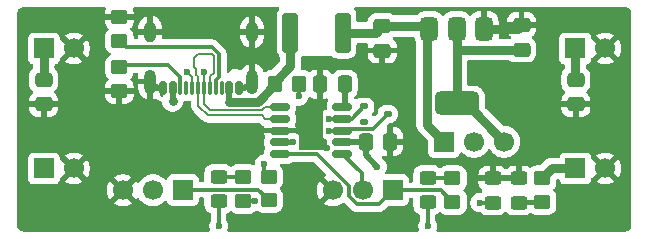
<source format=gbr>
%TF.GenerationSoftware,KiCad,Pcbnew,9.0.3*%
%TF.CreationDate,2025-08-21T23:57:32+02:00*%
%TF.ProjectId,20250807_updi,32303235-3038-4303-975f-757064692e6b,rev?*%
%TF.SameCoordinates,Original*%
%TF.FileFunction,Copper,L1,Top*%
%TF.FilePolarity,Positive*%
%FSLAX46Y46*%
G04 Gerber Fmt 4.6, Leading zero omitted, Abs format (unit mm)*
G04 Created by KiCad (PCBNEW 9.0.3) date 2025-08-21 23:57:32*
%MOMM*%
%LPD*%
G01*
G04 APERTURE LIST*
G04 Aperture macros list*
%AMRoundRect*
0 Rectangle with rounded corners*
0 $1 Rounding radius*
0 $2 $3 $4 $5 $6 $7 $8 $9 X,Y pos of 4 corners*
0 Add a 4 corners polygon primitive as box body*
4,1,4,$2,$3,$4,$5,$6,$7,$8,$9,$2,$3,0*
0 Add four circle primitives for the rounded corners*
1,1,$1+$1,$2,$3*
1,1,$1+$1,$4,$5*
1,1,$1+$1,$6,$7*
1,1,$1+$1,$8,$9*
0 Add four rect primitives between the rounded corners*
20,1,$1+$1,$2,$3,$4,$5,0*
20,1,$1+$1,$4,$5,$6,$7,0*
20,1,$1+$1,$6,$7,$8,$9,0*
20,1,$1+$1,$8,$9,$2,$3,0*%
G04 Aperture macros list end*
%TA.AperFunction,ComponentPad*%
%ADD10R,1.700000X1.700000*%
%TD*%
%TA.AperFunction,ComponentPad*%
%ADD11C,1.700000*%
%TD*%
%TA.AperFunction,SMDPad,CuDef*%
%ADD12RoundRect,0.250000X0.475000X-0.337500X0.475000X0.337500X-0.475000X0.337500X-0.475000X-0.337500X0*%
%TD*%
%TA.AperFunction,SMDPad,CuDef*%
%ADD13RoundRect,0.250000X-0.450000X0.325000X-0.450000X-0.325000X0.450000X-0.325000X0.450000X0.325000X0*%
%TD*%
%TA.AperFunction,SMDPad,CuDef*%
%ADD14RoundRect,0.250000X-0.450000X0.350000X-0.450000X-0.350000X0.450000X-0.350000X0.450000X0.350000X0*%
%TD*%
%TA.AperFunction,SMDPad,CuDef*%
%ADD15RoundRect,0.250000X0.450000X-0.350000X0.450000X0.350000X-0.450000X0.350000X-0.450000X-0.350000X0*%
%TD*%
%TA.AperFunction,SMDPad,CuDef*%
%ADD16RoundRect,0.375000X-0.375000X0.625000X-0.375000X-0.625000X0.375000X-0.625000X0.375000X0.625000X0*%
%TD*%
%TA.AperFunction,SMDPad,CuDef*%
%ADD17RoundRect,0.500000X-1.400000X0.500000X-1.400000X-0.500000X1.400000X-0.500000X1.400000X0.500000X0*%
%TD*%
%TA.AperFunction,SMDPad,CuDef*%
%ADD18RoundRect,0.250000X-0.475000X0.337500X-0.475000X-0.337500X0.475000X-0.337500X0.475000X0.337500X0*%
%TD*%
%TA.AperFunction,SMDPad,CuDef*%
%ADD19RoundRect,0.150000X0.150000X0.425000X-0.150000X0.425000X-0.150000X-0.425000X0.150000X-0.425000X0*%
%TD*%
%TA.AperFunction,SMDPad,CuDef*%
%ADD20RoundRect,0.075000X0.075000X0.500000X-0.075000X0.500000X-0.075000X-0.500000X0.075000X-0.500000X0*%
%TD*%
%TA.AperFunction,HeatsinkPad*%
%ADD21O,1.000000X2.100000*%
%TD*%
%TA.AperFunction,HeatsinkPad*%
%ADD22O,1.000000X1.800000*%
%TD*%
%TA.AperFunction,SMDPad,CuDef*%
%ADD23RoundRect,0.250000X-0.337500X-0.475000X0.337500X-0.475000X0.337500X0.475000X-0.337500X0.475000X0*%
%TD*%
%TA.AperFunction,SMDPad,CuDef*%
%ADD24RoundRect,0.250000X-0.400000X-1.450000X0.400000X-1.450000X0.400000X1.450000X-0.400000X1.450000X0*%
%TD*%
%TA.AperFunction,SMDPad,CuDef*%
%ADD25RoundRect,0.250000X-0.350000X-0.450000X0.350000X-0.450000X0.350000X0.450000X-0.350000X0.450000X0*%
%TD*%
%TA.AperFunction,SMDPad,CuDef*%
%ADD26RoundRect,0.112500X-0.237500X0.112500X-0.237500X-0.112500X0.237500X-0.112500X0.237500X0.112500X0*%
%TD*%
%TA.AperFunction,SMDPad,CuDef*%
%ADD27RoundRect,0.150000X-0.687500X-0.150000X0.687500X-0.150000X0.687500X0.150000X-0.687500X0.150000X0*%
%TD*%
%TA.AperFunction,HeatsinkPad*%
%ADD28R,2.100000X3.300000*%
%TD*%
%TA.AperFunction,ViaPad*%
%ADD29C,0.600000*%
%TD*%
%TA.AperFunction,Conductor*%
%ADD30C,0.300000*%
%TD*%
%TA.AperFunction,Conductor*%
%ADD31C,0.200000*%
%TD*%
%TA.AperFunction,Conductor*%
%ADD32C,0.800000*%
%TD*%
%TA.AperFunction,Conductor*%
%ADD33C,0.400000*%
%TD*%
%TA.AperFunction,Conductor*%
%ADD34C,0.500000*%
%TD*%
G04 APERTURE END LIST*
D10*
%TO.P,J8,1,Pin_1*%
%TO.N,UART_Tx*%
X222550000Y-96000000D03*
D11*
%TO.P,J8,2,Pin_2*%
%TO.N,UART_Rx*%
X220010000Y-96000000D03*
%TO.P,J8,3,Pin_3*%
%TO.N,GND*%
X217470000Y-96000000D03*
%TD*%
D12*
%TO.P,C2,1*%
%TO.N,+3.3V*%
X233450000Y-84100000D03*
%TO.P,C2,2*%
%TO.N,GND*%
X233450000Y-82025000D03*
%TD*%
D13*
%TO.P,D6,1,K*%
%TO.N,Net-(D6-K)*%
X207800000Y-94850000D03*
%TO.P,D6,2,A*%
%TO.N,VDD*%
X207800000Y-96900000D03*
%TD*%
D10*
%TO.P,J3,1,Pin_1*%
%TO.N,VDD*%
X193000000Y-94160000D03*
D11*
%TO.P,J3,2,Pin_2*%
%TO.N,GND*%
X195540000Y-94160000D03*
%TD*%
D13*
%TO.P,D7,1,K*%
%TO.N,Net-(D7-K)*%
X225500000Y-94950000D03*
%TO.P,D7,2,A*%
%TO.N,VDD*%
X225500000Y-97000000D03*
%TD*%
D14*
%TO.P,R5,1*%
%TO.N,VDD*%
X235200000Y-95000000D03*
%TO.P,R5,2*%
%TO.N,Net-(D5-A)*%
X235200000Y-97000000D03*
%TD*%
D15*
%TO.P,R6,1*%
%TO.N,UPDI_Tx*%
X209900000Y-96900000D03*
%TO.P,R6,2*%
%TO.N,Net-(D6-K)*%
X209900000Y-94900000D03*
%TD*%
D10*
%TO.P,J5,1,Pin_1*%
%TO.N,VDD*%
X238000000Y-94160000D03*
D11*
%TO.P,J5,2,Pin_2*%
%TO.N,GND*%
X240540000Y-94160000D03*
%TD*%
D16*
%TO.P,U2,1,GND*%
%TO.N,GND*%
X230250000Y-82350000D03*
%TO.P,U2,2,VO*%
%TO.N,+3.3V*%
X227950000Y-82350000D03*
D17*
X227950000Y-88650000D03*
D16*
%TO.P,U2,3,VI*%
%TO.N,+5V*%
X225650000Y-82350000D03*
%TD*%
D18*
%TO.P,C1,1*%
%TO.N,+5V*%
X221650000Y-82100000D03*
%TO.P,C1,2*%
%TO.N,GND*%
X221650000Y-84175000D03*
%TD*%
D19*
%TO.P,J1,A1,GND*%
%TO.N,GND*%
X209520000Y-87375000D03*
%TO.P,J1,A4,VBUS*%
%TO.N,VBUS*%
X208720000Y-87375000D03*
D20*
%TO.P,J1,A5,CC1*%
%TO.N,Net-(J1-CC1)*%
X207570000Y-87375000D03*
%TO.P,J1,A6,D+*%
%TO.N,D+*%
X206570000Y-87375000D03*
%TO.P,J1,A7,D-*%
%TO.N,D-*%
X206070000Y-87375000D03*
%TO.P,J1,A8,SBU1*%
%TO.N,unconnected-(J1-SBU1-PadA8)*%
X205070000Y-87375000D03*
D19*
%TO.P,J1,A9,VBUS*%
%TO.N,VBUS*%
X203920000Y-87375000D03*
%TO.P,J1,A12,GND*%
%TO.N,GND*%
X203120000Y-87375000D03*
%TO.P,J1,B1,GND*%
X203120000Y-87375000D03*
%TO.P,J1,B4,VBUS*%
%TO.N,VBUS*%
X203920000Y-87375000D03*
D20*
%TO.P,J1,B5,CC2*%
%TO.N,Net-(J1-CC2)*%
X204570000Y-87375000D03*
%TO.P,J1,B6,D+*%
%TO.N,D+*%
X205570000Y-87375000D03*
%TO.P,J1,B7,D-*%
%TO.N,D-*%
X207070000Y-87375000D03*
%TO.P,J1,B8,SBU2*%
%TO.N,unconnected-(J1-SBU2-PadB8)*%
X208070000Y-87375000D03*
D19*
%TO.P,J1,B9,VBUS*%
%TO.N,VBUS*%
X208720000Y-87375000D03*
%TO.P,J1,B12,GND*%
%TO.N,GND*%
X209520000Y-87375000D03*
D21*
%TO.P,J1,S1,SHIELD*%
X210640000Y-86800000D03*
D22*
X210640000Y-82620000D03*
D21*
X202000000Y-86800000D03*
D22*
X202000000Y-82620000D03*
%TD*%
D23*
%TO.P,C6,1*%
%TO.N,GND*%
X216400000Y-87025000D03*
%TO.P,C6,2*%
%TO.N,Net-(U1-3V3)*%
X218475000Y-87025000D03*
%TD*%
D10*
%TO.P,J2,1,Pin_1*%
%TO.N,VDD*%
X193000000Y-84000000D03*
D11*
%TO.P,J2,2,Pin_2*%
%TO.N,GND*%
X195540000Y-84000000D03*
%TD*%
D24*
%TO.P,F1,1*%
%TO.N,VBUS*%
X213875000Y-82650000D03*
%TO.P,F1,2*%
%TO.N,+5V*%
X218325000Y-82650000D03*
%TD*%
D15*
%TO.P,R2,1*%
%TO.N,Net-(J1-CC1)*%
X199400000Y-83350000D03*
%TO.P,R2,2*%
%TO.N,GND*%
X199400000Y-81350000D03*
%TD*%
D25*
%TO.P,R4,1*%
%TO.N,VBUS*%
X212600000Y-87050000D03*
%TO.P,R4,2*%
%TO.N,Net-(D4-A)*%
X214600000Y-87050000D03*
%TD*%
D10*
%TO.P,J7,1,Pin_1*%
%TO.N,+5V*%
X226900000Y-91900000D03*
D11*
%TO.P,J7,2,Pin_2*%
%TO.N,VDD*%
X229440000Y-91900000D03*
%TO.P,J7,3,Pin_3*%
%TO.N,+3.3V*%
X231980000Y-91900000D03*
%TD*%
D14*
%TO.P,R3,1*%
%TO.N,Net-(J1-CC2)*%
X199400000Y-85600000D03*
%TO.P,R3,2*%
%TO.N,GND*%
X199400000Y-87600000D03*
%TD*%
D18*
%TO.P,C5,1*%
%TO.N,VDD*%
X238050000Y-86662500D03*
%TO.P,C5,2*%
%TO.N,GND*%
X238050000Y-88737500D03*
%TD*%
D10*
%TO.P,J4,1,Pin_1*%
%TO.N,VDD*%
X238000000Y-84000000D03*
D11*
%TO.P,J4,2,Pin_2*%
%TO.N,GND*%
X240540000Y-84000000D03*
%TD*%
D26*
%TO.P,D1,1,A*%
%TO.N,Net-(D1-A)*%
X220125000Y-88900000D03*
%TO.P,D1,2,NC*%
%TO.N,unconnected-(D1-NC-Pad2)*%
X220125000Y-90200000D03*
%TO.P,D1,3,K*%
%TO.N,UPDI_Tx*%
X222125000Y-89550000D03*
%TD*%
D13*
%TO.P,D5,1,K*%
%TO.N,GND*%
X233200000Y-95000000D03*
%TO.P,D5,2,A*%
%TO.N,Net-(D5-A)*%
X233200000Y-97050000D03*
%TD*%
D14*
%TO.P,R1,1*%
%TO.N,Net-(D1-A)*%
X212050000Y-94850000D03*
%TO.P,R1,2*%
%TO.N,UPDI*%
X212050000Y-96850000D03*
%TD*%
D10*
%TO.P,J6,1,Pin_1*%
%TO.N,UPDI*%
X204780000Y-96000000D03*
D11*
%TO.P,J6,2,Pin_2*%
%TO.N,VDD*%
X202240000Y-96000000D03*
%TO.P,J6,3,Pin_3*%
%TO.N,GND*%
X199700000Y-96000000D03*
%TD*%
D18*
%TO.P,C4,1*%
%TO.N,VDD*%
X193000000Y-86650000D03*
%TO.P,C4,2*%
%TO.N,GND*%
X193000000Y-88725000D03*
%TD*%
D23*
%TO.P,C3,1*%
%TO.N,VDD*%
X220262500Y-91900000D03*
%TO.P,C3,2*%
%TO.N,GND*%
X222337500Y-91900000D03*
%TD*%
D13*
%TO.P,D4,1,K*%
%TO.N,GND*%
X231000000Y-95000000D03*
%TO.P,D4,2,A*%
%TO.N,Net-(D4-A)*%
X231000000Y-97050000D03*
%TD*%
D15*
%TO.P,R7,1*%
%TO.N,UART_Tx*%
X227600000Y-97000000D03*
%TO.P,R7,2*%
%TO.N,Net-(D7-K)*%
X227600000Y-95000000D03*
%TD*%
D27*
%TO.P,U1,1,D+*%
%TO.N,D+*%
X213000000Y-88950000D03*
%TO.P,U1,2,D-*%
%TO.N,D-*%
X213000000Y-89950000D03*
%TO.P,U1,3,GND*%
%TO.N,GND*%
X213000000Y-90950000D03*
%TO.P,U1,4,VBUS*%
%TO.N,+5V*%
X213000000Y-91950000D03*
%TO.P,U1,5,TXD1*%
%TO.N,UART_Tx*%
X213000000Y-92950000D03*
%TO.P,U1,6,RXD1*%
%TO.N,UART_Rx*%
X218275000Y-92950000D03*
%TO.P,U1,7,VIO*%
%TO.N,VDD*%
X218275000Y-91950000D03*
%TO.P,U1,8,TXD0*%
%TO.N,UPDI_Tx*%
X218275000Y-90950000D03*
%TO.P,U1,9,RXD0*%
%TO.N,Net-(D1-A)*%
X218275000Y-89950000D03*
%TO.P,U1,10,3V3*%
%TO.N,Net-(U1-3V3)*%
X218275000Y-88950000D03*
D28*
%TO.P,U1,11,GND*%
%TO.N,GND*%
X215637500Y-90950000D03*
%TD*%
D29*
%TO.N,D+*%
X205130000Y-86010000D03*
X206550000Y-85990000D03*
%TO.N,+5V*%
X219950000Y-82650000D03*
X214087498Y-91950000D03*
%TO.N,GND*%
X191400000Y-81200000D03*
X239400000Y-91950000D03*
X219690000Y-84600000D03*
X229800000Y-86050000D03*
X211040000Y-90860000D03*
X241450000Y-98250000D03*
X217000000Y-92450000D03*
X208430000Y-93150000D03*
X235100000Y-81800000D03*
X223600000Y-88550000D03*
X191550000Y-98750000D03*
X191450000Y-91250000D03*
X231900000Y-82350000D03*
X194550000Y-91150000D03*
X236600000Y-91950000D03*
X239400000Y-90100000D03*
X223600000Y-84200000D03*
X236600000Y-90100000D03*
%TO.N,VDD*%
X207800000Y-99050000D03*
X225500000Y-99050000D03*
X221250000Y-94000000D03*
%TO.N,UPDI_Tx*%
X217187502Y-90950000D03*
X210850000Y-96900000D03*
%TO.N,Net-(D1-A)*%
X217187502Y-89950000D03*
X211680000Y-93770000D03*
%TO.N,Net-(D4-A)*%
X214600000Y-88050000D03*
X229900000Y-97050000D03*
%TO.N,VBUS*%
X203900000Y-88450000D03*
X208700000Y-88500000D03*
%TD*%
D30*
%TO.N,Net-(D1-A)*%
X211680000Y-94480000D02*
X212050000Y-94850000D01*
X211680000Y-93770000D02*
X211680000Y-94480000D01*
%TO.N,Net-(J1-CC1)*%
X207570000Y-86695466D02*
X207570000Y-87375000D01*
X207821000Y-84453190D02*
X207821000Y-86444466D01*
X207237810Y-83870000D02*
X207821000Y-84453190D01*
X199920000Y-83870000D02*
X207237810Y-83870000D01*
X207821000Y-86444466D02*
X207570000Y-86695466D01*
X199400000Y-83350000D02*
X199920000Y-83870000D01*
D31*
%TO.N,D-*%
X206070000Y-86359943D02*
X206070000Y-87375000D01*
X205924000Y-86213943D02*
X206070000Y-86359943D01*
X205924000Y-85730702D02*
X205924000Y-86213943D01*
X205730000Y-85536702D02*
X205924000Y-85730702D01*
X205730000Y-84790000D02*
X205730000Y-85536702D01*
X206020000Y-84500000D02*
X205730000Y-84790000D01*
X207230000Y-84500000D02*
X206020000Y-84500000D01*
X207370000Y-84640000D02*
X207230000Y-84500000D01*
X207070000Y-86355298D02*
X207370000Y-86055298D01*
X207370000Y-86055298D02*
X207370000Y-84640000D01*
X207070000Y-87375000D02*
X207070000Y-86355298D01*
%TO.N,D+*%
X206570000Y-86010000D02*
X206550000Y-85990000D01*
X206570000Y-87375000D02*
X206570000Y-86010000D01*
X205570000Y-86450000D02*
X205130000Y-86010000D01*
X205570000Y-87375000D02*
X205570000Y-86450000D01*
X205576860Y-87368140D02*
X205570000Y-87375000D01*
%TO.N,D-*%
X206070000Y-88237501D02*
X206070000Y-87375000D01*
X206095000Y-88262501D02*
X206070000Y-88237501D01*
X206095000Y-88863198D02*
X206095000Y-88262501D01*
X206906802Y-89675000D02*
X206095000Y-88863198D01*
X211468749Y-89675000D02*
X206906802Y-89675000D01*
X211743749Y-89950000D02*
X211468749Y-89675000D01*
X213000000Y-89950000D02*
X211743749Y-89950000D01*
%TO.N,D+*%
X206570000Y-88237501D02*
X206570000Y-87375000D01*
X206545000Y-88262501D02*
X206570000Y-88237501D01*
X207093198Y-89225000D02*
X206545000Y-88676802D01*
X206545000Y-88676802D02*
X206545000Y-88262501D01*
X213000000Y-88950000D02*
X211743749Y-88950000D01*
X211468749Y-89225000D02*
X207093198Y-89225000D01*
X211743749Y-88950000D02*
X211468749Y-89225000D01*
D32*
%TO.N,+5V*%
X218325000Y-82650000D02*
X219950000Y-82650000D01*
X219950000Y-82650000D02*
X221100000Y-82650000D01*
X225650000Y-82350000D02*
X225449000Y-82551000D01*
X225449000Y-82551000D02*
X225449000Y-90449000D01*
D33*
X213000000Y-91950000D02*
X214087498Y-91950000D01*
D32*
X225449000Y-90449000D02*
X226900000Y-91900000D01*
X221100000Y-82650000D02*
X221650000Y-82100000D01*
X221650000Y-82100000D02*
X225400000Y-82100000D01*
X225400000Y-82100000D02*
X225650000Y-82350000D01*
D34*
%TO.N,GND*%
X202575000Y-87375000D02*
X202000000Y-86800000D01*
X210065000Y-87375000D02*
X210640000Y-86800000D01*
X209520000Y-87375000D02*
X210065000Y-87375000D01*
D32*
X230250000Y-82350000D02*
X231900000Y-82350000D01*
D34*
X203120000Y-87375000D02*
X202575000Y-87375000D01*
D32*
X233125000Y-82350000D02*
X233450000Y-82025000D01*
X231900000Y-82350000D02*
X233125000Y-82350000D01*
%TO.N,+3.3V*%
X227950000Y-84100000D02*
X227950000Y-88650000D01*
X228730000Y-88650000D02*
X231980000Y-91900000D01*
X227950000Y-82350000D02*
X227950000Y-84100000D01*
X227950000Y-88650000D02*
X228730000Y-88650000D01*
X233450000Y-84100000D02*
X227950000Y-84100000D01*
%TO.N,VDD*%
X193000000Y-84000000D02*
X193000000Y-86650000D01*
D34*
X221200000Y-94000000D02*
X221250000Y-94000000D01*
D32*
X238000000Y-84000000D02*
X238000000Y-86612500D01*
D34*
X218275000Y-91950000D02*
X220212500Y-91950000D01*
D30*
X207800000Y-96900000D02*
X207800000Y-99050000D01*
D34*
X220262500Y-93062500D02*
X221200000Y-94000000D01*
X220212500Y-91950000D02*
X220262500Y-91900000D01*
D32*
X238000000Y-86612500D02*
X238050000Y-86662500D01*
D34*
X220262500Y-91900000D02*
X220262500Y-93062500D01*
D30*
X225500000Y-97000000D02*
X225500000Y-99050000D01*
D32*
X236040000Y-94160000D02*
X235200000Y-95000000D01*
D30*
X237887500Y-86500000D02*
X238050000Y-86662500D01*
D32*
X238000000Y-94160000D02*
X236040000Y-94160000D01*
D34*
%TO.N,Net-(U1-3V3)*%
X218475000Y-88750000D02*
X218275000Y-88950000D01*
X218475000Y-87025000D02*
X218475000Y-88750000D01*
D30*
%TO.N,UPDI_Tx*%
X218401000Y-90824000D02*
X220851000Y-90824000D01*
X218275000Y-90950000D02*
X217187502Y-90950000D01*
X220851000Y-90824000D02*
X222125000Y-89550000D01*
X218275000Y-90950000D02*
X218401000Y-90824000D01*
X210850000Y-96900000D02*
X209900000Y-96900000D01*
%TO.N,Net-(D1-A)*%
X218275000Y-89950000D02*
X217187502Y-89950000D01*
X212100000Y-94800000D02*
X212050000Y-94850000D01*
X220125000Y-88900000D02*
X219075000Y-89950000D01*
X219075000Y-89950000D02*
X218275000Y-89950000D01*
%TO.N,Net-(D4-A)*%
X229900000Y-97050000D02*
X231000000Y-97050000D01*
X214600000Y-87050000D02*
X214600000Y-88050000D01*
D34*
%TO.N,VBUS*%
X208700000Y-88500000D02*
X208700000Y-87395000D01*
D32*
X211150000Y-88500000D02*
X212600000Y-87050000D01*
X203920000Y-88430000D02*
X203900000Y-88450000D01*
X212600000Y-86800000D02*
X213875000Y-85525000D01*
X208700000Y-88500000D02*
X211150000Y-88500000D01*
X213875000Y-85525000D02*
X213875000Y-82650000D01*
X212600000Y-87050000D02*
X212600000Y-86800000D01*
D34*
X203920000Y-87375000D02*
X203920000Y-88430000D01*
D30*
%TO.N,Net-(J1-CC1)*%
X199750000Y-83350000D02*
X199400000Y-83350000D01*
%TO.N,Net-(J1-CC2)*%
X199601000Y-85399000D02*
X199400000Y-85600000D01*
X204570000Y-87375000D02*
X204570000Y-86413281D01*
X203555719Y-85399000D02*
X199601000Y-85399000D01*
X204570000Y-86413281D02*
X203555719Y-85399000D01*
%TO.N,UPDI*%
X211149000Y-95949000D02*
X212050000Y-96850000D01*
X204780000Y-96000000D02*
X204831000Y-95949000D01*
X204831000Y-95949000D02*
X211149000Y-95949000D01*
%TO.N,UART_Tx*%
X221349000Y-97201000D02*
X222550000Y-96000000D01*
X226600000Y-96000000D02*
X227600000Y-97000000D01*
X213000000Y-92950000D02*
X216118471Y-92950000D01*
X219512529Y-97201000D02*
X221349000Y-97201000D01*
X218809000Y-96497471D02*
X219512529Y-97201000D01*
X216118471Y-92950000D02*
X218809000Y-95640529D01*
X222550000Y-96000000D02*
X226600000Y-96000000D01*
X218809000Y-95640529D02*
X218809000Y-96497471D01*
%TO.N,UART_Rx*%
X219900000Y-94575000D02*
X219900000Y-95890000D01*
X219900000Y-95890000D02*
X220010000Y-96000000D01*
X218275000Y-92950000D02*
X219900000Y-94575000D01*
D33*
%TO.N,Net-(D5-A)*%
X233250000Y-97000000D02*
X233200000Y-97050000D01*
X235200000Y-97000000D02*
X233250000Y-97000000D01*
D30*
%TO.N,Net-(D6-K)*%
X207800000Y-94850000D02*
X209850000Y-94850000D01*
X209850000Y-94850000D02*
X209900000Y-94900000D01*
%TO.N,Net-(D7-K)*%
X227600000Y-95000000D02*
X225550000Y-95000000D01*
X225550000Y-95000000D02*
X225500000Y-94950000D01*
%TD*%
%TA.AperFunction,Conductor*%
%TO.N,GND*%
G36*
X198222152Y-80520185D02*
G01*
X198267907Y-80572989D01*
X198277851Y-80642147D01*
X198267496Y-80676904D01*
X198265641Y-80680881D01*
X198210494Y-80847302D01*
X198210493Y-80847309D01*
X198200000Y-80950013D01*
X198200000Y-81100000D01*
X200599999Y-81100000D01*
X200599999Y-80950028D01*
X200599998Y-80950013D01*
X200589505Y-80847302D01*
X200534358Y-80680881D01*
X200532504Y-80676904D01*
X200522013Y-80607826D01*
X200550533Y-80544043D01*
X200609010Y-80505804D01*
X200644887Y-80500500D01*
X212813770Y-80500500D01*
X212880809Y-80520185D01*
X212926564Y-80572989D01*
X212936508Y-80642147D01*
X212907483Y-80705703D01*
X212901451Y-80712181D01*
X212882289Y-80731342D01*
X212790187Y-80880663D01*
X212790185Y-80880668D01*
X212772477Y-80934108D01*
X212735001Y-81047203D01*
X212735001Y-81047204D01*
X212735000Y-81047204D01*
X212724500Y-81149983D01*
X212724500Y-84150001D01*
X212724501Y-84150018D01*
X212735000Y-84252796D01*
X212735001Y-84252799D01*
X212778747Y-84384814D01*
X212790186Y-84419334D01*
X212878482Y-84562486D01*
X212882289Y-84568657D01*
X212938181Y-84624549D01*
X212971666Y-84685872D01*
X212974500Y-84712230D01*
X212974500Y-85100637D01*
X212954815Y-85167676D01*
X212938181Y-85188318D01*
X212313317Y-85813181D01*
X212251994Y-85846666D01*
X212225640Y-85849500D01*
X212200001Y-85849500D01*
X212199980Y-85849501D01*
X212097203Y-85860000D01*
X212097200Y-85860001D01*
X211930668Y-85915185D01*
X211930659Y-85915189D01*
X211778246Y-86009198D01*
X211710854Y-86027638D01*
X211644190Y-86006715D01*
X211599421Y-85953073D01*
X211598589Y-85951111D01*
X211526192Y-85776328D01*
X211526185Y-85776315D01*
X211416751Y-85612537D01*
X211416748Y-85612533D01*
X211277466Y-85473251D01*
X211277462Y-85473248D01*
X211113684Y-85363814D01*
X211113671Y-85363807D01*
X210931691Y-85288429D01*
X210931683Y-85288427D01*
X210890000Y-85280135D01*
X210890000Y-86083011D01*
X210880060Y-86065795D01*
X210824205Y-86009940D01*
X210755796Y-85970444D01*
X210679496Y-85950000D01*
X210600504Y-85950000D01*
X210524204Y-85970444D01*
X210455795Y-86009940D01*
X210399940Y-86065795D01*
X210390000Y-86083011D01*
X210390000Y-85280136D01*
X210389999Y-85280135D01*
X210348316Y-85288427D01*
X210348308Y-85288429D01*
X210166328Y-85363807D01*
X210166315Y-85363814D01*
X210002537Y-85473248D01*
X210002533Y-85473251D01*
X209863251Y-85612533D01*
X209863248Y-85612537D01*
X209753814Y-85776315D01*
X209753809Y-85776324D01*
X209749866Y-85785845D01*
X209706023Y-85840247D01*
X209639728Y-85862310D01*
X209572030Y-85845029D01*
X209566597Y-85841351D01*
X209432136Y-85763719D01*
X209340374Y-85739132D01*
X209285766Y-85724500D01*
X209134234Y-85724500D01*
X208987863Y-85763719D01*
X208856635Y-85839485D01*
X208856632Y-85839487D01*
X208749487Y-85946632D01*
X208749485Y-85946635D01*
X208710311Y-86014487D01*
X208702887Y-86027345D01*
X208652319Y-86075560D01*
X208583712Y-86088782D01*
X208518848Y-86062814D01*
X208478320Y-86005900D01*
X208471500Y-85965344D01*
X208471500Y-84389118D01*
X208446502Y-84263451D01*
X208446501Y-84263450D01*
X208446501Y-84263446D01*
X208407238Y-84168656D01*
X208397466Y-84145065D01*
X208397461Y-84145056D01*
X208326277Y-84038522D01*
X208287754Y-83999999D01*
X208235669Y-83947914D01*
X208094762Y-83807007D01*
X207652484Y-83364727D01*
X207652483Y-83364726D01*
X207652479Y-83364723D01*
X207545937Y-83293535D01*
X207543315Y-83292449D01*
X207427554Y-83244499D01*
X207427548Y-83244497D01*
X207301881Y-83219500D01*
X207301879Y-83219500D01*
X203124000Y-83219500D01*
X203056961Y-83199815D01*
X203011206Y-83147011D01*
X203000000Y-83095500D01*
X203000000Y-82870000D01*
X202300000Y-82870000D01*
X202300000Y-82370000D01*
X203000000Y-82370000D01*
X203000000Y-82121508D01*
X202999999Y-82121504D01*
X209640000Y-82121504D01*
X209640000Y-82370000D01*
X210340000Y-82370000D01*
X210340000Y-82870000D01*
X209640000Y-82870000D01*
X209640000Y-83118495D01*
X209678427Y-83311681D01*
X209678430Y-83311693D01*
X209753807Y-83493671D01*
X209753814Y-83493684D01*
X209863248Y-83657462D01*
X209863251Y-83657466D01*
X210002533Y-83796748D01*
X210002537Y-83796751D01*
X210166315Y-83906185D01*
X210166328Y-83906192D01*
X210348308Y-83981569D01*
X210390000Y-83989862D01*
X210390000Y-83186988D01*
X210399940Y-83204205D01*
X210455795Y-83260060D01*
X210524204Y-83299556D01*
X210600504Y-83320000D01*
X210679496Y-83320000D01*
X210755796Y-83299556D01*
X210824205Y-83260060D01*
X210880060Y-83204205D01*
X210890000Y-83186988D01*
X210890000Y-83989862D01*
X210931690Y-83981569D01*
X210931692Y-83981569D01*
X211113671Y-83906192D01*
X211113684Y-83906185D01*
X211277462Y-83796751D01*
X211277466Y-83796748D01*
X211416748Y-83657466D01*
X211416751Y-83657462D01*
X211526185Y-83493684D01*
X211526192Y-83493671D01*
X211601569Y-83311693D01*
X211601572Y-83311681D01*
X211639999Y-83118495D01*
X211640000Y-83118492D01*
X211640000Y-82870000D01*
X210940000Y-82870000D01*
X210940000Y-82370000D01*
X211640000Y-82370000D01*
X211640000Y-82121508D01*
X211639999Y-82121504D01*
X211601572Y-81928318D01*
X211601569Y-81928306D01*
X211526192Y-81746328D01*
X211526185Y-81746315D01*
X211416751Y-81582537D01*
X211416748Y-81582533D01*
X211277466Y-81443251D01*
X211277462Y-81443248D01*
X211113684Y-81333814D01*
X211113671Y-81333807D01*
X210931691Y-81258429D01*
X210931683Y-81258427D01*
X210890000Y-81250135D01*
X210890000Y-82053011D01*
X210880060Y-82035795D01*
X210824205Y-81979940D01*
X210755796Y-81940444D01*
X210679496Y-81920000D01*
X210600504Y-81920000D01*
X210524204Y-81940444D01*
X210455795Y-81979940D01*
X210399940Y-82035795D01*
X210390000Y-82053011D01*
X210390000Y-81250136D01*
X210389999Y-81250135D01*
X210348316Y-81258427D01*
X210348308Y-81258429D01*
X210166328Y-81333807D01*
X210166315Y-81333814D01*
X210002537Y-81443248D01*
X210002533Y-81443251D01*
X209863251Y-81582533D01*
X209863248Y-81582537D01*
X209753814Y-81746315D01*
X209753807Y-81746328D01*
X209678430Y-81928306D01*
X209678427Y-81928318D01*
X209640000Y-82121504D01*
X202999999Y-82121504D01*
X202961572Y-81928318D01*
X202961569Y-81928306D01*
X202886192Y-81746328D01*
X202886185Y-81746315D01*
X202776751Y-81582537D01*
X202776748Y-81582533D01*
X202637466Y-81443251D01*
X202637462Y-81443248D01*
X202473684Y-81333814D01*
X202473671Y-81333807D01*
X202291691Y-81258429D01*
X202291683Y-81258427D01*
X202250000Y-81250135D01*
X202250000Y-82053011D01*
X202240060Y-82035795D01*
X202184205Y-81979940D01*
X202115796Y-81940444D01*
X202039496Y-81920000D01*
X201960504Y-81920000D01*
X201884204Y-81940444D01*
X201815795Y-81979940D01*
X201759940Y-82035795D01*
X201750000Y-82053011D01*
X201750000Y-81250136D01*
X201749999Y-81250135D01*
X201708316Y-81258427D01*
X201708308Y-81258429D01*
X201526328Y-81333807D01*
X201526315Y-81333814D01*
X201362537Y-81443248D01*
X201362533Y-81443251D01*
X201223251Y-81582533D01*
X201223248Y-81582537D01*
X201113814Y-81746315D01*
X201113807Y-81746328D01*
X201038430Y-81928306D01*
X201038427Y-81928318D01*
X201000000Y-82121504D01*
X201000000Y-82370000D01*
X201700000Y-82370000D01*
X201700000Y-82870000D01*
X201000000Y-82870000D01*
X201000000Y-83095500D01*
X200997449Y-83104185D01*
X200998738Y-83113147D01*
X200987759Y-83137187D01*
X200980315Y-83162539D01*
X200973474Y-83168466D01*
X200969713Y-83176703D01*
X200947478Y-83190992D01*
X200927511Y-83208294D01*
X200916996Y-83210581D01*
X200910935Y-83214477D01*
X200876000Y-83219500D01*
X200724499Y-83219500D01*
X200657460Y-83199815D01*
X200611705Y-83147011D01*
X200600499Y-83095500D01*
X200600499Y-82949998D01*
X200600498Y-82949981D01*
X200589999Y-82847203D01*
X200589998Y-82847200D01*
X200571856Y-82792452D01*
X200534814Y-82680666D01*
X200442712Y-82531344D01*
X200348695Y-82437327D01*
X200315210Y-82376004D01*
X200320194Y-82306312D01*
X200348695Y-82261964D01*
X200442317Y-82168342D01*
X200515114Y-82050320D01*
X200515114Y-82050319D01*
X200534355Y-82019126D01*
X200534358Y-82019119D01*
X200589505Y-81852697D01*
X200589506Y-81852690D01*
X200599999Y-81749986D01*
X200600000Y-81749973D01*
X200600000Y-81600000D01*
X198200001Y-81600000D01*
X198200001Y-81749986D01*
X198210494Y-81852697D01*
X198265641Y-82019119D01*
X198265643Y-82019124D01*
X198357684Y-82168345D01*
X198451304Y-82261965D01*
X198484789Y-82323288D01*
X198479805Y-82392980D01*
X198451305Y-82437327D01*
X198357287Y-82531345D01*
X198265187Y-82680663D01*
X198265185Y-82680668D01*
X198256723Y-82706206D01*
X198210001Y-82847203D01*
X198210001Y-82847204D01*
X198210000Y-82847204D01*
X198199500Y-82949983D01*
X198199500Y-83750001D01*
X198199501Y-83750019D01*
X198210000Y-83852796D01*
X198210001Y-83852799D01*
X198265185Y-84019331D01*
X198265187Y-84019336D01*
X198277021Y-84038522D01*
X198357288Y-84168656D01*
X198481344Y-84292712D01*
X198605775Y-84369461D01*
X198652499Y-84421409D01*
X198663722Y-84490372D01*
X198635878Y-84554454D01*
X198605775Y-84580538D01*
X198568961Y-84603246D01*
X198481342Y-84657289D01*
X198357289Y-84781342D01*
X198265187Y-84930663D01*
X198265185Y-84930668D01*
X198248558Y-84980845D01*
X198210001Y-85097203D01*
X198210001Y-85097204D01*
X198210000Y-85097204D01*
X198199500Y-85199983D01*
X198199500Y-86000001D01*
X198199501Y-86000019D01*
X198210000Y-86102796D01*
X198210001Y-86102799D01*
X198265185Y-86269331D01*
X198265187Y-86269336D01*
X198283792Y-86299500D01*
X198330833Y-86375766D01*
X198357289Y-86418657D01*
X198451304Y-86512672D01*
X198484789Y-86573995D01*
X198479805Y-86643687D01*
X198451305Y-86688034D01*
X198357682Y-86781657D01*
X198265643Y-86930875D01*
X198265641Y-86930880D01*
X198210494Y-87097302D01*
X198210493Y-87097309D01*
X198200000Y-87200013D01*
X198200000Y-87350000D01*
X200599999Y-87350000D01*
X200599999Y-87200028D01*
X200599998Y-87200013D01*
X200589505Y-87097302D01*
X200569736Y-87037642D01*
X200534358Y-86930880D01*
X200534356Y-86930875D01*
X200442315Y-86781654D01*
X200348695Y-86688034D01*
X200315210Y-86626711D01*
X200320194Y-86557019D01*
X200348691Y-86512676D01*
X200442712Y-86418656D01*
X200534814Y-86269334D01*
X200579495Y-86134496D01*
X200593365Y-86114463D01*
X200603488Y-86092297D01*
X200612900Y-86086248D01*
X200619268Y-86077051D01*
X200641766Y-86067697D01*
X200662266Y-86054523D01*
X200679367Y-86052064D01*
X200683784Y-86050228D01*
X200697201Y-86049500D01*
X200876000Y-86049500D01*
X200943039Y-86069185D01*
X200988794Y-86121989D01*
X201000000Y-86173500D01*
X201000000Y-86550000D01*
X201700000Y-86550000D01*
X201700000Y-87050000D01*
X201000000Y-87050000D01*
X201000000Y-87448495D01*
X201038427Y-87641681D01*
X201038430Y-87641693D01*
X201113807Y-87823671D01*
X201113814Y-87823684D01*
X201223248Y-87987462D01*
X201223251Y-87987466D01*
X201362533Y-88126748D01*
X201362537Y-88126751D01*
X201526315Y-88236185D01*
X201526328Y-88236192D01*
X201708308Y-88311569D01*
X201750000Y-88319862D01*
X201750000Y-87516988D01*
X201759940Y-87534205D01*
X201815795Y-87590060D01*
X201884204Y-87629556D01*
X201960504Y-87650000D01*
X202039496Y-87650000D01*
X202115796Y-87629556D01*
X202184205Y-87590060D01*
X202240060Y-87534205D01*
X202279556Y-87465796D01*
X202300000Y-87389496D01*
X202300000Y-87125000D01*
X202995500Y-87125000D01*
X203062539Y-87144685D01*
X203108294Y-87197489D01*
X203119500Y-87249000D01*
X203119500Y-87865701D01*
X203122401Y-87902563D01*
X203122401Y-87902567D01*
X203122402Y-87902569D01*
X203124579Y-87910065D01*
X203124579Y-87910078D01*
X203124586Y-87910089D01*
X203124587Y-87910093D01*
X203124478Y-87945363D01*
X203124380Y-87979933D01*
X203124372Y-87979950D01*
X203124372Y-87979960D01*
X203124143Y-87980447D01*
X203109611Y-88012019D01*
X203109101Y-88012807D01*
X203101988Y-88023453D01*
X203101588Y-88024418D01*
X203098108Y-88029797D01*
X203075389Y-88049360D01*
X203054377Y-88070744D01*
X203049191Y-88071919D01*
X203045163Y-88075389D01*
X203015475Y-88079563D01*
X202986237Y-88086193D01*
X202981239Y-88084378D01*
X202975974Y-88085119D01*
X202948741Y-88072580D01*
X202920561Y-88062350D01*
X202917337Y-88058121D01*
X202912508Y-88055898D01*
X202896376Y-88030625D01*
X202878202Y-88006785D01*
X202876995Y-88000262D01*
X202874915Y-87997003D01*
X202874939Y-87989143D01*
X202870000Y-87962436D01*
X202870000Y-87625000D01*
X202250000Y-87625000D01*
X202250000Y-88319862D01*
X202291689Y-88311570D01*
X202406514Y-88264008D01*
X202475983Y-88256539D01*
X202538463Y-88287814D01*
X202541648Y-88290888D01*
X202568438Y-88317678D01*
X202568447Y-88317685D01*
X202709801Y-88401281D01*
X202867514Y-88447100D01*
X202867512Y-88447100D01*
X202889510Y-88448831D01*
X202954799Y-88473713D01*
X202996272Y-88529943D01*
X203001402Y-88548258D01*
X203034103Y-88712658D01*
X203034105Y-88712666D01*
X203101988Y-88876548D01*
X203200534Y-89024034D01*
X203200540Y-89024041D01*
X203325958Y-89149459D01*
X203325965Y-89149465D01*
X203473451Y-89248011D01*
X203473452Y-89248011D01*
X203473453Y-89248012D01*
X203637334Y-89315895D01*
X203777212Y-89343718D01*
X203811303Y-89350499D01*
X203811307Y-89350500D01*
X203811308Y-89350500D01*
X203988693Y-89350500D01*
X203988694Y-89350499D01*
X204162666Y-89315895D01*
X204326547Y-89248012D01*
X204474036Y-89149464D01*
X204619463Y-89004036D01*
X204718012Y-88856547D01*
X204785894Y-88692666D01*
X204814551Y-88548598D01*
X204846936Y-88486688D01*
X204907651Y-88452114D01*
X204952358Y-88449852D01*
X204957280Y-88450500D01*
X204957287Y-88450500D01*
X205182713Y-88450500D01*
X205182720Y-88450500D01*
X205295236Y-88435687D01*
X205295238Y-88435686D01*
X205300943Y-88434935D01*
X205301064Y-88434879D01*
X205301282Y-88434890D01*
X205303295Y-88434626D01*
X205303344Y-88435004D01*
X205317174Y-88435763D01*
X205336356Y-88434508D01*
X205344550Y-88435598D01*
X205344764Y-88435687D01*
X205386857Y-88441228D01*
X205418796Y-88455410D01*
X205450582Y-88469472D01*
X205450631Y-88469547D01*
X205450714Y-88469584D01*
X205469792Y-88498596D01*
X205489053Y-88527797D01*
X205489070Y-88527912D01*
X205489103Y-88527962D01*
X205489104Y-88528143D01*
X205494500Y-88564145D01*
X205494500Y-88776528D01*
X205494499Y-88776546D01*
X205494499Y-88942252D01*
X205494498Y-88942252D01*
X205494499Y-88942255D01*
X205535423Y-89094983D01*
X205535424Y-89094985D01*
X205535423Y-89094985D01*
X205550897Y-89121785D01*
X205550899Y-89121787D01*
X205550900Y-89121789D01*
X205579595Y-89171490D01*
X205614479Y-89231913D01*
X205733349Y-89350783D01*
X205733355Y-89350788D01*
X206421941Y-90039374D01*
X206421951Y-90039385D01*
X206426281Y-90043715D01*
X206426282Y-90043716D01*
X206538086Y-90155520D01*
X206538088Y-90155521D01*
X206538092Y-90155524D01*
X206669108Y-90231165D01*
X206675018Y-90234577D01*
X206786821Y-90264534D01*
X206827744Y-90275500D01*
X206827745Y-90275500D01*
X211168651Y-90275500D01*
X211235690Y-90295185D01*
X211256330Y-90311817D01*
X211375033Y-90430520D01*
X211375035Y-90430521D01*
X211375039Y-90430524D01*
X211498607Y-90501865D01*
X211511965Y-90509577D01*
X211582665Y-90528521D01*
X211642324Y-90564885D01*
X211672853Y-90627732D01*
X211669648Y-90682884D01*
X211665400Y-90697504D01*
X211665399Y-90697511D01*
X211665204Y-90699998D01*
X211665205Y-90700000D01*
X212028450Y-90700000D01*
X212063045Y-90704924D01*
X212209926Y-90747597D01*
X212209929Y-90747597D01*
X212209931Y-90747598D01*
X212246806Y-90750500D01*
X212246814Y-90750500D01*
X213753186Y-90750500D01*
X213753194Y-90750500D01*
X213790069Y-90747598D01*
X213790071Y-90747597D01*
X213790073Y-90747597D01*
X213936955Y-90704924D01*
X213952406Y-90704968D01*
X213967068Y-90700081D01*
X213971550Y-90700000D01*
X214334795Y-90700000D01*
X214334795Y-90699998D01*
X214334600Y-90697511D01*
X214334599Y-90697505D01*
X214288783Y-90539806D01*
X214288782Y-90539803D01*
X214273292Y-90513610D01*
X214256111Y-90445886D01*
X214273293Y-90387369D01*
X214289244Y-90360398D01*
X214335098Y-90202569D01*
X214338000Y-90165694D01*
X214338000Y-89734306D01*
X214335098Y-89697431D01*
X214326348Y-89667315D01*
X214289245Y-89539606D01*
X214289244Y-89539602D01*
X214284065Y-89530845D01*
X214273584Y-89513122D01*
X214256400Y-89445399D01*
X214273584Y-89386878D01*
X214289242Y-89360401D01*
X214289244Y-89360398D01*
X214335098Y-89202569D01*
X214338000Y-89165694D01*
X214338000Y-88965162D01*
X214357685Y-88898123D01*
X214410489Y-88852368D01*
X214479647Y-88842424D01*
X214486192Y-88843545D01*
X214521155Y-88850500D01*
X214521158Y-88850500D01*
X214678844Y-88850500D01*
X214678845Y-88850499D01*
X214833497Y-88819737D01*
X214979179Y-88759394D01*
X215110289Y-88671789D01*
X215221789Y-88560289D01*
X215309394Y-88429179D01*
X215369737Y-88283497D01*
X215393556Y-88163753D01*
X215425941Y-88101842D01*
X215486656Y-88067268D01*
X215556426Y-88071007D01*
X215592088Y-88090681D01*
X215594156Y-88092316D01*
X215743375Y-88184356D01*
X215743380Y-88184358D01*
X215909802Y-88239505D01*
X215909809Y-88239506D01*
X216012519Y-88249999D01*
X216149999Y-88249999D01*
X216150000Y-88249998D01*
X216150000Y-85800000D01*
X216012527Y-85800000D01*
X216012512Y-85800001D01*
X215909802Y-85810494D01*
X215743380Y-85865641D01*
X215743375Y-85865643D01*
X215594156Y-85957682D01*
X215565850Y-85985989D01*
X215504526Y-86019473D01*
X215434835Y-86014487D01*
X215413077Y-86003847D01*
X215269334Y-85915186D01*
X215102797Y-85860001D01*
X215102795Y-85860000D01*
X215000016Y-85849500D01*
X215000009Y-85849500D01*
X214879689Y-85849500D01*
X214812650Y-85829815D01*
X214766895Y-85777011D01*
X214756951Y-85707853D01*
X214758072Y-85701308D01*
X214760765Y-85687770D01*
X214775500Y-85613692D01*
X214775500Y-85436309D01*
X214775500Y-84769483D01*
X214795185Y-84702444D01*
X214847989Y-84656689D01*
X214897241Y-84645504D01*
X217311604Y-84601606D01*
X217378988Y-84620069D01*
X217401537Y-84637905D01*
X217456344Y-84692712D01*
X217605666Y-84784814D01*
X217772203Y-84839999D01*
X217874991Y-84850500D01*
X218775008Y-84850499D01*
X218775016Y-84850498D01*
X218775019Y-84850498D01*
X218862858Y-84841525D01*
X218877797Y-84839999D01*
X219044334Y-84784814D01*
X219193656Y-84692712D01*
X219317712Y-84568656D01*
X219321518Y-84562486D01*
X220425001Y-84562486D01*
X220435494Y-84665197D01*
X220490641Y-84831619D01*
X220490643Y-84831624D01*
X220582684Y-84980845D01*
X220706654Y-85104815D01*
X220855875Y-85196856D01*
X220855880Y-85196858D01*
X221022302Y-85252005D01*
X221022309Y-85252006D01*
X221125019Y-85262499D01*
X221399999Y-85262499D01*
X221900000Y-85262499D01*
X222174972Y-85262499D01*
X222174986Y-85262498D01*
X222277697Y-85252005D01*
X222444119Y-85196858D01*
X222444124Y-85196856D01*
X222593345Y-85104815D01*
X222717315Y-84980845D01*
X222809356Y-84831624D01*
X222809358Y-84831619D01*
X222864505Y-84665197D01*
X222864506Y-84665190D01*
X222874999Y-84562486D01*
X222875000Y-84562473D01*
X222875000Y-84425000D01*
X221900000Y-84425000D01*
X221900000Y-85262499D01*
X221399999Y-85262499D01*
X221400000Y-85262498D01*
X221400000Y-84425000D01*
X220425001Y-84425000D01*
X220425001Y-84562486D01*
X219321518Y-84562486D01*
X219409814Y-84419334D01*
X219464999Y-84252797D01*
X219475500Y-84150009D01*
X219475500Y-83674500D01*
X219495185Y-83607461D01*
X219547989Y-83561706D01*
X219599500Y-83550500D01*
X220311901Y-83550500D01*
X220378940Y-83570185D01*
X220424695Y-83622989D01*
X220435259Y-83687103D01*
X220425000Y-83787513D01*
X220425000Y-83925000D01*
X222874999Y-83925000D01*
X222874999Y-83787528D01*
X222874998Y-83787513D01*
X222864505Y-83684802D01*
X222809358Y-83518380D01*
X222809356Y-83518375D01*
X222717315Y-83369154D01*
X222593344Y-83245183D01*
X222593341Y-83245181D01*
X222590339Y-83243329D01*
X222588713Y-83241521D01*
X222587677Y-83240702D01*
X222587817Y-83240524D01*
X222567910Y-83218391D01*
X222544904Y-83193988D01*
X222544626Y-83192502D01*
X222543617Y-83191380D01*
X222538233Y-83158292D01*
X222532070Y-83125307D01*
X222532639Y-83123907D01*
X222532397Y-83122417D01*
X222545755Y-83091675D01*
X222558405Y-83060590D01*
X222559802Y-83059350D01*
X222560243Y-83058336D01*
X222584086Y-83036380D01*
X222587141Y-83034230D01*
X222593656Y-83030212D01*
X222595563Y-83028304D01*
X222602979Y-83023087D01*
X222632900Y-83012920D01*
X222662217Y-83001093D01*
X222668635Y-83000778D01*
X222669135Y-83000609D01*
X222669623Y-83000730D01*
X222674333Y-83000500D01*
X224282235Y-83000500D01*
X224349274Y-83020185D01*
X224395029Y-83072989D01*
X224402570Y-83094573D01*
X224405407Y-83105980D01*
X224448359Y-83278693D01*
X224529928Y-83443163D01*
X224535588Y-83454574D01*
X224548500Y-83509669D01*
X224548500Y-90537696D01*
X224583103Y-90711658D01*
X224583105Y-90711666D01*
X224601621Y-90756369D01*
X224601626Y-90756380D01*
X224603232Y-90760256D01*
X224650987Y-90875547D01*
X224684365Y-90925500D01*
X224705181Y-90956654D01*
X224749537Y-91023038D01*
X224749538Y-91023039D01*
X225513181Y-91786681D01*
X225546666Y-91848004D01*
X225549500Y-91874362D01*
X225549500Y-92797870D01*
X225549501Y-92797876D01*
X225555908Y-92857483D01*
X225606202Y-92992328D01*
X225606206Y-92992335D01*
X225692452Y-93107544D01*
X225692455Y-93107547D01*
X225807664Y-93193793D01*
X225807671Y-93193797D01*
X225942517Y-93244091D01*
X225942516Y-93244091D01*
X225949444Y-93244835D01*
X226002127Y-93250500D01*
X227797872Y-93250499D01*
X227857483Y-93244091D01*
X227992331Y-93193796D01*
X228107546Y-93107546D01*
X228193796Y-92992331D01*
X228242810Y-92860916D01*
X228284681Y-92804984D01*
X228350145Y-92780566D01*
X228418418Y-92795417D01*
X228446673Y-92816569D01*
X228560213Y-92930109D01*
X228732179Y-93055048D01*
X228732181Y-93055049D01*
X228732184Y-93055051D01*
X228921588Y-93151557D01*
X229123757Y-93217246D01*
X229333713Y-93250500D01*
X229333714Y-93250500D01*
X229546286Y-93250500D01*
X229546287Y-93250500D01*
X229756243Y-93217246D01*
X229958412Y-93151557D01*
X230147816Y-93055051D01*
X230216190Y-93005375D01*
X230319786Y-92930109D01*
X230319788Y-92930106D01*
X230319792Y-92930104D01*
X230470104Y-92779792D01*
X230470106Y-92779788D01*
X230470109Y-92779786D01*
X230595048Y-92607820D01*
X230595047Y-92607820D01*
X230595051Y-92607816D01*
X230599514Y-92599054D01*
X230647488Y-92548259D01*
X230715308Y-92531463D01*
X230781444Y-92553999D01*
X230820486Y-92599056D01*
X230824951Y-92607820D01*
X230949890Y-92779786D01*
X231100213Y-92930109D01*
X231272179Y-93055048D01*
X231272181Y-93055049D01*
X231272184Y-93055051D01*
X231461588Y-93151557D01*
X231663757Y-93217246D01*
X231873713Y-93250500D01*
X231873714Y-93250500D01*
X232086286Y-93250500D01*
X232086287Y-93250500D01*
X232296243Y-93217246D01*
X232498412Y-93151557D01*
X232687816Y-93055051D01*
X232756190Y-93005375D01*
X232859786Y-92930109D01*
X232859788Y-92930106D01*
X232859792Y-92930104D01*
X233010104Y-92779792D01*
X233010106Y-92779788D01*
X233010109Y-92779786D01*
X233135048Y-92607820D01*
X233135047Y-92607820D01*
X233135051Y-92607816D01*
X233231557Y-92418412D01*
X233297246Y-92216243D01*
X233330500Y-92006287D01*
X233330500Y-91793713D01*
X233297246Y-91583757D01*
X233231557Y-91381588D01*
X233135051Y-91192184D01*
X233135049Y-91192181D01*
X233135048Y-91192179D01*
X233010109Y-91020213D01*
X232859786Y-90869890D01*
X232687820Y-90744951D01*
X232498414Y-90648444D01*
X232498413Y-90648443D01*
X232498412Y-90648443D01*
X232296243Y-90582754D01*
X232296241Y-90582753D01*
X232296240Y-90582753D01*
X232134957Y-90557208D01*
X232086287Y-90549500D01*
X232086286Y-90549500D01*
X231954362Y-90549500D01*
X231887323Y-90529815D01*
X231866681Y-90513181D01*
X230478486Y-89124986D01*
X236825001Y-89124986D01*
X236835494Y-89227697D01*
X236890641Y-89394119D01*
X236890643Y-89394124D01*
X236982684Y-89543345D01*
X237106654Y-89667315D01*
X237255875Y-89759356D01*
X237255880Y-89759358D01*
X237422302Y-89814505D01*
X237422309Y-89814506D01*
X237525019Y-89824999D01*
X237799999Y-89824999D01*
X238300000Y-89824999D01*
X238574972Y-89824999D01*
X238574986Y-89824998D01*
X238677697Y-89814505D01*
X238844119Y-89759358D01*
X238844124Y-89759356D01*
X238993345Y-89667315D01*
X239117315Y-89543345D01*
X239209356Y-89394124D01*
X239209358Y-89394119D01*
X239264505Y-89227697D01*
X239264506Y-89227690D01*
X239274999Y-89124986D01*
X239275000Y-89124973D01*
X239275000Y-88987500D01*
X238300000Y-88987500D01*
X238300000Y-89824999D01*
X237799999Y-89824999D01*
X237800000Y-89824998D01*
X237800000Y-88987500D01*
X236825001Y-88987500D01*
X236825001Y-89124986D01*
X230478486Y-89124986D01*
X230386818Y-89033318D01*
X230372114Y-89006390D01*
X230355522Y-88980572D01*
X230354630Y-88974371D01*
X230353333Y-88971995D01*
X230350499Y-88945637D01*
X230350499Y-88091971D01*
X230350499Y-88091964D01*
X230339886Y-87972582D01*
X230289125Y-87795179D01*
X230283910Y-87776954D01*
X230283909Y-87776953D01*
X230283909Y-87776951D01*
X230189698Y-87596593D01*
X230137684Y-87532803D01*
X230061109Y-87438890D01*
X229903409Y-87310304D01*
X229903410Y-87310304D01*
X229903407Y-87310302D01*
X229723049Y-87216091D01*
X229723048Y-87216090D01*
X229723045Y-87216089D01*
X229605829Y-87182550D01*
X229527418Y-87160114D01*
X229527415Y-87160113D01*
X229527413Y-87160113D01*
X229454631Y-87153642D01*
X229408037Y-87149500D01*
X229408033Y-87149500D01*
X228974500Y-87149500D01*
X228907461Y-87129815D01*
X228861706Y-87077011D01*
X228850500Y-87025500D01*
X228850500Y-85124500D01*
X228870185Y-85057461D01*
X228922989Y-85011706D01*
X228974500Y-85000500D01*
X232425667Y-85000500D01*
X232492706Y-85020185D01*
X232502578Y-85027234D01*
X232506341Y-85030209D01*
X232506344Y-85030212D01*
X232655666Y-85122314D01*
X232822203Y-85177499D01*
X232924991Y-85188000D01*
X233975008Y-85187999D01*
X233975016Y-85187998D01*
X233975019Y-85187998D01*
X234031302Y-85182248D01*
X234077797Y-85177499D01*
X234244334Y-85122314D01*
X234393656Y-85030212D01*
X234517712Y-84906156D01*
X234609814Y-84756834D01*
X234664999Y-84590297D01*
X234675500Y-84487509D01*
X234675499Y-83712492D01*
X234672905Y-83687103D01*
X234664999Y-83609703D01*
X234664998Y-83609700D01*
X234661029Y-83597722D01*
X234609814Y-83443166D01*
X234517712Y-83293844D01*
X234393656Y-83169788D01*
X234382034Y-83162619D01*
X234374628Y-83156256D01*
X234360717Y-83134807D01*
X234343618Y-83115797D01*
X234342020Y-83105980D01*
X234339527Y-83102135D01*
X236649500Y-83102135D01*
X236649500Y-84897870D01*
X236649501Y-84897876D01*
X236655908Y-84957483D01*
X236706202Y-85092328D01*
X236706206Y-85092335D01*
X236792452Y-85207544D01*
X236792455Y-85207547D01*
X236907664Y-85293793D01*
X236907673Y-85293798D01*
X237018832Y-85335257D01*
X237036558Y-85348526D01*
X237056703Y-85357726D01*
X237063984Y-85369056D01*
X237074766Y-85377127D01*
X237082504Y-85397874D01*
X237094477Y-85416504D01*
X237097628Y-85438421D01*
X237099184Y-85442592D01*
X237099500Y-85451439D01*
X237099500Y-85687770D01*
X237079815Y-85754809D01*
X237063181Y-85775451D01*
X236982289Y-85856342D01*
X236890187Y-86005663D01*
X236890185Y-86005668D01*
X236874811Y-86052064D01*
X236835001Y-86172203D01*
X236835001Y-86172204D01*
X236835000Y-86172204D01*
X236824500Y-86274983D01*
X236824500Y-86274996D01*
X236824501Y-87050000D01*
X236824501Y-87050019D01*
X236835000Y-87152796D01*
X236835001Y-87152799D01*
X236886043Y-87306831D01*
X236890186Y-87319334D01*
X236982288Y-87468656D01*
X237106344Y-87592712D01*
X237109628Y-87594737D01*
X237109653Y-87594753D01*
X237111445Y-87596746D01*
X237112011Y-87597193D01*
X237111934Y-87597289D01*
X237156379Y-87646699D01*
X237167603Y-87715661D01*
X237139761Y-87779744D01*
X237109665Y-87805826D01*
X237106660Y-87807679D01*
X237106655Y-87807683D01*
X236982684Y-87931654D01*
X236890643Y-88080875D01*
X236890641Y-88080880D01*
X236835494Y-88247302D01*
X236835493Y-88247309D01*
X236825000Y-88350013D01*
X236825000Y-88487500D01*
X239274999Y-88487500D01*
X239274999Y-88350028D01*
X239274998Y-88350013D01*
X239264505Y-88247302D01*
X239209358Y-88080880D01*
X239209356Y-88080875D01*
X239117315Y-87931654D01*
X238993344Y-87807683D01*
X238993341Y-87807681D01*
X238990339Y-87805829D01*
X238988713Y-87804021D01*
X238987677Y-87803202D01*
X238987817Y-87803024D01*
X238943617Y-87753880D01*
X238932397Y-87684917D01*
X238960243Y-87620836D01*
X238990344Y-87594754D01*
X238993656Y-87592712D01*
X239117712Y-87468656D01*
X239209814Y-87319334D01*
X239264999Y-87152797D01*
X239275500Y-87050009D01*
X239275499Y-86274992D01*
X239268911Y-86210504D01*
X239264999Y-86172203D01*
X239264998Y-86172200D01*
X239252407Y-86134204D01*
X239209814Y-86005666D01*
X239117712Y-85856344D01*
X238993656Y-85732288D01*
X238993653Y-85732285D01*
X238959401Y-85711158D01*
X238952578Y-85703572D01*
X238943297Y-85699334D01*
X238929607Y-85678033D01*
X238912678Y-85659210D01*
X238910034Y-85647575D01*
X238905523Y-85640556D01*
X238900500Y-85605621D01*
X238900500Y-85451439D01*
X238920185Y-85384400D01*
X238972989Y-85338645D01*
X238981168Y-85335257D01*
X239092326Y-85293798D01*
X239092326Y-85293797D01*
X239092331Y-85293796D01*
X239207546Y-85207546D01*
X239293796Y-85092331D01*
X239344091Y-84957483D01*
X239350500Y-84897873D01*
X239350499Y-84873979D01*
X239353330Y-84860963D01*
X239363940Y-84841525D01*
X239370179Y-84820275D01*
X239386803Y-84799643D01*
X239386808Y-84799636D01*
X239386811Y-84799634D01*
X239386818Y-84799626D01*
X240057037Y-84129408D01*
X240074075Y-84192993D01*
X240139901Y-84307007D01*
X240232993Y-84400099D01*
X240347007Y-84465925D01*
X240410590Y-84482962D01*
X239778282Y-85115269D01*
X239778282Y-85115270D01*
X239832449Y-85154624D01*
X240021782Y-85251095D01*
X240223870Y-85316757D01*
X240433754Y-85350000D01*
X240646246Y-85350000D01*
X240856127Y-85316757D01*
X240856130Y-85316757D01*
X241058217Y-85251095D01*
X241247554Y-85154622D01*
X241301716Y-85115270D01*
X241301717Y-85115270D01*
X240669408Y-84482962D01*
X240732993Y-84465925D01*
X240847007Y-84400099D01*
X240940099Y-84307007D01*
X241005925Y-84192993D01*
X241022962Y-84129408D01*
X241655270Y-84761717D01*
X241655270Y-84761716D01*
X241694622Y-84707554D01*
X241791095Y-84518217D01*
X241856757Y-84316130D01*
X241856757Y-84316127D01*
X241890000Y-84106246D01*
X241890000Y-83893753D01*
X241856757Y-83683872D01*
X241856757Y-83683869D01*
X241791095Y-83481782D01*
X241694624Y-83292449D01*
X241655270Y-83238282D01*
X241655269Y-83238282D01*
X241022962Y-83870590D01*
X241005925Y-83807007D01*
X240940099Y-83692993D01*
X240847007Y-83599901D01*
X240732993Y-83534075D01*
X240669409Y-83517037D01*
X241301716Y-82884728D01*
X241247550Y-82845375D01*
X241058217Y-82748904D01*
X240856129Y-82683242D01*
X240646246Y-82650000D01*
X240433754Y-82650000D01*
X240223872Y-82683242D01*
X240223869Y-82683242D01*
X240021782Y-82748904D01*
X239832439Y-82845380D01*
X239778282Y-82884727D01*
X239778282Y-82884728D01*
X240410591Y-83517037D01*
X240347007Y-83534075D01*
X240232993Y-83599901D01*
X240139901Y-83692993D01*
X240074075Y-83807007D01*
X240057037Y-83870591D01*
X239386818Y-83200372D01*
X239353333Y-83139049D01*
X239353330Y-83139036D01*
X239350499Y-83126015D01*
X239350499Y-83102128D01*
X239344091Y-83042517D01*
X239313119Y-82959476D01*
X239293798Y-82907673D01*
X239293793Y-82907664D01*
X239207547Y-82792455D01*
X239207544Y-82792452D01*
X239092335Y-82706206D01*
X239092328Y-82706202D01*
X238957482Y-82655908D01*
X238957483Y-82655908D01*
X238897883Y-82649501D01*
X238897881Y-82649500D01*
X238897873Y-82649500D01*
X238897864Y-82649500D01*
X237102129Y-82649500D01*
X237102123Y-82649501D01*
X237042516Y-82655908D01*
X236907671Y-82706202D01*
X236907664Y-82706206D01*
X236792455Y-82792452D01*
X236792452Y-82792455D01*
X236706206Y-82907664D01*
X236706202Y-82907671D01*
X236655908Y-83042517D01*
X236649501Y-83102116D01*
X236649500Y-83102135D01*
X234339527Y-83102135D01*
X234336609Y-83097636D01*
X234336502Y-83072065D01*
X234332397Y-83046834D01*
X234336359Y-83037714D01*
X234336318Y-83027767D01*
X234350053Y-83006197D01*
X234360240Y-82982752D01*
X234370820Y-82973584D01*
X234373847Y-82968832D01*
X234379110Y-82966401D01*
X234390348Y-82956665D01*
X234393342Y-82954818D01*
X234517315Y-82830845D01*
X234609356Y-82681624D01*
X234609358Y-82681619D01*
X234664505Y-82515197D01*
X234664506Y-82515190D01*
X234674999Y-82412486D01*
X234675000Y-82412473D01*
X234675000Y-82275000D01*
X232225001Y-82275000D01*
X232225001Y-82412486D01*
X232235494Y-82515197D01*
X232290641Y-82681619D01*
X232290643Y-82681624D01*
X232382684Y-82830845D01*
X232506655Y-82954816D01*
X232506659Y-82954819D01*
X232509656Y-82956668D01*
X232511279Y-82958472D01*
X232512323Y-82959298D01*
X232512181Y-82959476D01*
X232532075Y-82981593D01*
X232555091Y-83006004D01*
X232555368Y-83007490D01*
X232556381Y-83008616D01*
X232561765Y-83041709D01*
X232567930Y-83074685D01*
X232567359Y-83076087D01*
X232567602Y-83077579D01*
X232554237Y-83108338D01*
X232541598Y-83139403D01*
X232540201Y-83140641D01*
X232539759Y-83141661D01*
X232515919Y-83163615D01*
X232512844Y-83165778D01*
X232506344Y-83169788D01*
X232504438Y-83171693D01*
X232497027Y-83176909D01*
X232467096Y-83187080D01*
X232437783Y-83198907D01*
X232431374Y-83199220D01*
X232430873Y-83199391D01*
X232430382Y-83199269D01*
X232425667Y-83199500D01*
X231622630Y-83199500D01*
X231555591Y-83179815D01*
X231509836Y-83127011D01*
X231498914Y-83067110D01*
X231500000Y-83051096D01*
X231500000Y-82600000D01*
X230374000Y-82600000D01*
X230306961Y-82580315D01*
X230261206Y-82527511D01*
X230250000Y-82476000D01*
X230250000Y-82350000D01*
X230124000Y-82350000D01*
X230056961Y-82330315D01*
X230011206Y-82277511D01*
X230000000Y-82226000D01*
X230000000Y-82100000D01*
X230500000Y-82100000D01*
X231500000Y-82100000D01*
X231500000Y-81648903D01*
X231499583Y-81642754D01*
X231499228Y-81637513D01*
X232225000Y-81637513D01*
X232225000Y-81775000D01*
X233200000Y-81775000D01*
X233700000Y-81775000D01*
X234674999Y-81775000D01*
X234674999Y-81637528D01*
X234674998Y-81637513D01*
X234664505Y-81534802D01*
X234609358Y-81368380D01*
X234609356Y-81368375D01*
X234517315Y-81219154D01*
X234393345Y-81095184D01*
X234244124Y-81003143D01*
X234244119Y-81003141D01*
X234077697Y-80947994D01*
X234077690Y-80947993D01*
X233974986Y-80937500D01*
X233700000Y-80937500D01*
X233700000Y-81775000D01*
X233200000Y-81775000D01*
X233200000Y-80937500D01*
X232925029Y-80937500D01*
X232925012Y-80937501D01*
X232822302Y-80947994D01*
X232655880Y-81003141D01*
X232655875Y-81003143D01*
X232506654Y-81095184D01*
X232382684Y-81219154D01*
X232290643Y-81368375D01*
X232290641Y-81368380D01*
X232235494Y-81534802D01*
X232235493Y-81534809D01*
X232225000Y-81637513D01*
X231499228Y-81637513D01*
X231497102Y-81606175D01*
X231451168Y-81421476D01*
X231366609Y-81250977D01*
X231366607Y-81250974D01*
X231247367Y-81102633D01*
X231247366Y-81102632D01*
X231099025Y-80983392D01*
X231099022Y-80983390D01*
X230928523Y-80898831D01*
X230743824Y-80852897D01*
X230701097Y-80850000D01*
X230500000Y-80850000D01*
X230500000Y-82100000D01*
X230000000Y-82100000D01*
X230000000Y-80850000D01*
X229798903Y-80850000D01*
X229756175Y-80852897D01*
X229571476Y-80898831D01*
X229400977Y-80983390D01*
X229400974Y-80983392D01*
X229252635Y-81102631D01*
X229196967Y-81171885D01*
X229139624Y-81211803D01*
X229069801Y-81214383D01*
X229009669Y-81178804D01*
X229003673Y-81171884D01*
X228947722Y-81102278D01*
X228947721Y-81102277D01*
X228799295Y-80982969D01*
X228799292Y-80982967D01*
X228628697Y-80898360D01*
X228443892Y-80852400D01*
X228422506Y-80850950D01*
X228401123Y-80849500D01*
X228401120Y-80849500D01*
X227498877Y-80849500D01*
X227498874Y-80849501D01*
X227456113Y-80852399D01*
X227456112Y-80852399D01*
X227271303Y-80898360D01*
X227100707Y-80982967D01*
X227100704Y-80982969D01*
X226952278Y-81102277D01*
X226952277Y-81102278D01*
X226896647Y-81171486D01*
X226839304Y-81211405D01*
X226769482Y-81213985D01*
X226709349Y-81178406D01*
X226703353Y-81171486D01*
X226647722Y-81102278D01*
X226647721Y-81102277D01*
X226499295Y-80982969D01*
X226499292Y-80982967D01*
X226328697Y-80898360D01*
X226143892Y-80852400D01*
X226122506Y-80850950D01*
X226101123Y-80849500D01*
X226101120Y-80849500D01*
X225198877Y-80849500D01*
X225198874Y-80849501D01*
X225156113Y-80852399D01*
X225156112Y-80852399D01*
X224971303Y-80898360D01*
X224800707Y-80982967D01*
X224800704Y-80982969D01*
X224652278Y-81102277D01*
X224652277Y-81102278D01*
X224611356Y-81153187D01*
X224554013Y-81193106D01*
X224514709Y-81199500D01*
X222674333Y-81199500D01*
X222607294Y-81179815D01*
X222597422Y-81172766D01*
X222593658Y-81169790D01*
X222593656Y-81169788D01*
X222444334Y-81077686D01*
X222277797Y-81022501D01*
X222277795Y-81022500D01*
X222175010Y-81012000D01*
X221124998Y-81012000D01*
X221124980Y-81012001D01*
X221022203Y-81022500D01*
X221022200Y-81022501D01*
X220855668Y-81077685D01*
X220855663Y-81077687D01*
X220706342Y-81169789D01*
X220582289Y-81293842D01*
X220490187Y-81443163D01*
X220490185Y-81443168D01*
X220462349Y-81527170D01*
X220436192Y-81606111D01*
X220435001Y-81609704D01*
X220435000Y-81609706D01*
X220433387Y-81625500D01*
X220432159Y-81637528D01*
X220432100Y-81638101D01*
X220405705Y-81702793D01*
X220348524Y-81742945D01*
X220308742Y-81749500D01*
X219599499Y-81749500D01*
X219532460Y-81729815D01*
X219486705Y-81677011D01*
X219475499Y-81625500D01*
X219475499Y-81149998D01*
X219475498Y-81149981D01*
X219464999Y-81047203D01*
X219464998Y-81047200D01*
X219409814Y-80880666D01*
X219317712Y-80731344D01*
X219298549Y-80712181D01*
X219265064Y-80650858D01*
X219270048Y-80581166D01*
X219311920Y-80525233D01*
X219377384Y-80500816D01*
X219386230Y-80500500D01*
X242184108Y-80500500D01*
X242243038Y-80500500D01*
X242256922Y-80501280D01*
X242347266Y-80511459D01*
X242374331Y-80517636D01*
X242453540Y-80545352D01*
X242478553Y-80557398D01*
X242549606Y-80602043D01*
X242571313Y-80619355D01*
X242630644Y-80678686D01*
X242647957Y-80700395D01*
X242692600Y-80771444D01*
X242704648Y-80796462D01*
X242732362Y-80875666D01*
X242738540Y-80902735D01*
X242743869Y-80950028D01*
X242747628Y-80983390D01*
X242748720Y-80993076D01*
X242749500Y-81006961D01*
X242749500Y-98993038D01*
X242748720Y-99006922D01*
X242748720Y-99006923D01*
X242738540Y-99097264D01*
X242732362Y-99124333D01*
X242704648Y-99203537D01*
X242692600Y-99228555D01*
X242647957Y-99299604D01*
X242630644Y-99321313D01*
X242571313Y-99380644D01*
X242549604Y-99397957D01*
X242478555Y-99442600D01*
X242453537Y-99454648D01*
X242374333Y-99482362D01*
X242347264Y-99488540D01*
X242267075Y-99497576D01*
X242256921Y-99498720D01*
X242243038Y-99499500D01*
X226365845Y-99499500D01*
X226298806Y-99479815D01*
X226253051Y-99427011D01*
X226243107Y-99357853D01*
X226251284Y-99328048D01*
X226269735Y-99283501D01*
X226269737Y-99283497D01*
X226300500Y-99128842D01*
X226300500Y-98971158D01*
X226300500Y-98971155D01*
X226300499Y-98971153D01*
X226269738Y-98816510D01*
X226269737Y-98816503D01*
X226209394Y-98670821D01*
X226171396Y-98613953D01*
X226150520Y-98547276D01*
X226150500Y-98545064D01*
X226150500Y-98138732D01*
X226170185Y-98071693D01*
X226222989Y-98025938D01*
X226235495Y-98021026D01*
X226269334Y-98009814D01*
X226418656Y-97917712D01*
X226449818Y-97886550D01*
X226511140Y-97853064D01*
X226580832Y-97858048D01*
X226625181Y-97886549D01*
X226681344Y-97942712D01*
X226830666Y-98034814D01*
X226997203Y-98089999D01*
X227099991Y-98100500D01*
X228100008Y-98100499D01*
X228100016Y-98100498D01*
X228100019Y-98100498D01*
X228156302Y-98094748D01*
X228202797Y-98089999D01*
X228369334Y-98034814D01*
X228518656Y-97942712D01*
X228642712Y-97818656D01*
X228734814Y-97669334D01*
X228789999Y-97502797D01*
X228800500Y-97400009D01*
X228800499Y-96971153D01*
X229099500Y-96971153D01*
X229099500Y-97128846D01*
X229130261Y-97283489D01*
X229130264Y-97283501D01*
X229190602Y-97429172D01*
X229190609Y-97429185D01*
X229278210Y-97560288D01*
X229278213Y-97560292D01*
X229389707Y-97671786D01*
X229389711Y-97671789D01*
X229520814Y-97759390D01*
X229520827Y-97759397D01*
X229666498Y-97819735D01*
X229666503Y-97819737D01*
X229796263Y-97845548D01*
X229821153Y-97850499D01*
X229821156Y-97850500D01*
X229821158Y-97850500D01*
X229912770Y-97850500D01*
X229979809Y-97870185D01*
X230000451Y-97886819D01*
X230081344Y-97967712D01*
X230230666Y-98059814D01*
X230397203Y-98114999D01*
X230499991Y-98125500D01*
X231500008Y-98125499D01*
X231500016Y-98125498D01*
X231500019Y-98125498D01*
X231556302Y-98119748D01*
X231602797Y-98114999D01*
X231769334Y-98059814D01*
X231918656Y-97967712D01*
X232012319Y-97874049D01*
X232073642Y-97840564D01*
X232143334Y-97845548D01*
X232187681Y-97874049D01*
X232281344Y-97967712D01*
X232430666Y-98059814D01*
X232597203Y-98114999D01*
X232699991Y-98125500D01*
X233700008Y-98125499D01*
X233700016Y-98125498D01*
X233700019Y-98125498D01*
X233756302Y-98119748D01*
X233802797Y-98114999D01*
X233969334Y-98059814D01*
X234118656Y-97967712D01*
X234126854Y-97959513D01*
X234188172Y-97926029D01*
X234257864Y-97931011D01*
X234279632Y-97941655D01*
X234281341Y-97942709D01*
X234281344Y-97942712D01*
X234430666Y-98034814D01*
X234597203Y-98089999D01*
X234699991Y-98100500D01*
X235700008Y-98100499D01*
X235700016Y-98100498D01*
X235700019Y-98100498D01*
X235756302Y-98094748D01*
X235802797Y-98089999D01*
X235969334Y-98034814D01*
X236118656Y-97942712D01*
X236242712Y-97818656D01*
X236334814Y-97669334D01*
X236389999Y-97502797D01*
X236400500Y-97400009D01*
X236400499Y-96599992D01*
X236389999Y-96497203D01*
X236334814Y-96330666D01*
X236242712Y-96181344D01*
X236149049Y-96087681D01*
X236115564Y-96026358D01*
X236120548Y-95956666D01*
X236149049Y-95912319D01*
X236194811Y-95866557D01*
X236242712Y-95818656D01*
X236334814Y-95669334D01*
X236389999Y-95502797D01*
X236400500Y-95400009D01*
X236400499Y-95184499D01*
X236403049Y-95175814D01*
X236401761Y-95166853D01*
X236412738Y-95142815D01*
X236420183Y-95117461D01*
X236427025Y-95111532D01*
X236430786Y-95103297D01*
X236453017Y-95089010D01*
X236472987Y-95071706D01*
X236483502Y-95069418D01*
X236489564Y-95065523D01*
X236524499Y-95060500D01*
X236548560Y-95060500D01*
X236615599Y-95080185D01*
X236661354Y-95132989D01*
X236664742Y-95141167D01*
X236706202Y-95252328D01*
X236706206Y-95252335D01*
X236792452Y-95367544D01*
X236792455Y-95367547D01*
X236907664Y-95453793D01*
X236907671Y-95453797D01*
X237042517Y-95504091D01*
X237042516Y-95504091D01*
X237049444Y-95504835D01*
X237102127Y-95510500D01*
X238897872Y-95510499D01*
X238957483Y-95504091D01*
X239092331Y-95453796D01*
X239207546Y-95367546D01*
X239293796Y-95252331D01*
X239344091Y-95117483D01*
X239350500Y-95057873D01*
X239350499Y-95033979D01*
X239353330Y-95020963D01*
X239363940Y-95001525D01*
X239370179Y-94980275D01*
X239386803Y-94959643D01*
X239386808Y-94959636D01*
X239386811Y-94959634D01*
X239386818Y-94959626D01*
X240057037Y-94289408D01*
X240074075Y-94352993D01*
X240139901Y-94467007D01*
X240232993Y-94560099D01*
X240347007Y-94625925D01*
X240410590Y-94642962D01*
X239778282Y-95275269D01*
X239778282Y-95275270D01*
X239832449Y-95314624D01*
X240021782Y-95411095D01*
X240223870Y-95476757D01*
X240433754Y-95510000D01*
X240646246Y-95510000D01*
X240856127Y-95476757D01*
X240856130Y-95476757D01*
X241058217Y-95411095D01*
X241247554Y-95314622D01*
X241301716Y-95275270D01*
X241301717Y-95275270D01*
X240669408Y-94642962D01*
X240732993Y-94625925D01*
X240847007Y-94560099D01*
X240940099Y-94467007D01*
X241005925Y-94352993D01*
X241022962Y-94289408D01*
X241655270Y-94921717D01*
X241655270Y-94921716D01*
X241694622Y-94867554D01*
X241791095Y-94678217D01*
X241856757Y-94476130D01*
X241856757Y-94476127D01*
X241890000Y-94266246D01*
X241890000Y-94053753D01*
X241856757Y-93843872D01*
X241856757Y-93843869D01*
X241791095Y-93641782D01*
X241694624Y-93452449D01*
X241655270Y-93398282D01*
X241655269Y-93398282D01*
X241022962Y-94030590D01*
X241005925Y-93967007D01*
X240940099Y-93852993D01*
X240847007Y-93759901D01*
X240732993Y-93694075D01*
X240669409Y-93677037D01*
X241301716Y-93044728D01*
X241247550Y-93005375D01*
X241058217Y-92908904D01*
X240856129Y-92843242D01*
X240646246Y-92810000D01*
X240433754Y-92810000D01*
X240223872Y-92843242D01*
X240223869Y-92843242D01*
X240021782Y-92908904D01*
X239832439Y-93005380D01*
X239778282Y-93044727D01*
X239778282Y-93044728D01*
X240410591Y-93677037D01*
X240347007Y-93694075D01*
X240232993Y-93759901D01*
X240139901Y-93852993D01*
X240074075Y-93967007D01*
X240057037Y-94030591D01*
X239386818Y-93360372D01*
X239353333Y-93299049D01*
X239353330Y-93299036D01*
X239350499Y-93286015D01*
X239350499Y-93262128D01*
X239344091Y-93202517D01*
X239315179Y-93124999D01*
X239293798Y-93067673D01*
X239293793Y-93067664D01*
X239207547Y-92952455D01*
X239207544Y-92952452D01*
X239092335Y-92866206D01*
X239092328Y-92866202D01*
X238957482Y-92815908D01*
X238957483Y-92815908D01*
X238897883Y-92809501D01*
X238897881Y-92809500D01*
X238897873Y-92809500D01*
X238897864Y-92809500D01*
X237102129Y-92809500D01*
X237102123Y-92809501D01*
X237042516Y-92815908D01*
X236907671Y-92866202D01*
X236907664Y-92866206D01*
X236792455Y-92952452D01*
X236792452Y-92952455D01*
X236706206Y-93067664D01*
X236706202Y-93067671D01*
X236664742Y-93178833D01*
X236622871Y-93234767D01*
X236557407Y-93259184D01*
X236548560Y-93259500D01*
X235951306Y-93259500D01*
X235777340Y-93294104D01*
X235777332Y-93294106D01*
X235613459Y-93361983D01*
X235613446Y-93361990D01*
X235465966Y-93460534D01*
X235465964Y-93460537D01*
X235063318Y-93863181D01*
X235001995Y-93896666D01*
X234975637Y-93899500D01*
X234699999Y-93899500D01*
X234699980Y-93899501D01*
X234597203Y-93910000D01*
X234597200Y-93910001D01*
X234430668Y-93965185D01*
X234430663Y-93965187D01*
X234347816Y-94016287D01*
X234281344Y-94057288D01*
X234281342Y-94057289D01*
X234281337Y-94057293D01*
X234272778Y-94065852D01*
X234211454Y-94099335D01*
X234141762Y-94094348D01*
X234120003Y-94083707D01*
X233969124Y-93990643D01*
X233969119Y-93990641D01*
X233802697Y-93935494D01*
X233802690Y-93935493D01*
X233699986Y-93925000D01*
X233450000Y-93925000D01*
X233450000Y-94876000D01*
X233430315Y-94943039D01*
X233377511Y-94988794D01*
X233326000Y-95000000D01*
X233200000Y-95000000D01*
X233200000Y-95126000D01*
X233180315Y-95193039D01*
X233127511Y-95238794D01*
X233076000Y-95250000D01*
X229800001Y-95250000D01*
X229800001Y-95374986D01*
X229810494Y-95477697D01*
X229865641Y-95644119D01*
X229865643Y-95644124D01*
X229957684Y-95793345D01*
X230081655Y-95917316D01*
X230081659Y-95917319D01*
X230084656Y-95919168D01*
X230086279Y-95920972D01*
X230087323Y-95921798D01*
X230087181Y-95921976D01*
X230131381Y-95971116D01*
X230142602Y-96040079D01*
X230114759Y-96104161D01*
X230104673Y-96114882D01*
X230095449Y-96123587D01*
X230081344Y-96132288D01*
X229999166Y-96214465D01*
X229997884Y-96215676D01*
X229968265Y-96230755D01*
X229939128Y-96246666D01*
X229936449Y-96246953D01*
X229935619Y-96247377D01*
X229934015Y-96247215D01*
X229912770Y-96249500D01*
X229821155Y-96249500D01*
X229666510Y-96280261D01*
X229666498Y-96280264D01*
X229520827Y-96340602D01*
X229520814Y-96340609D01*
X229389711Y-96428210D01*
X229389707Y-96428213D01*
X229278213Y-96539707D01*
X229278210Y-96539711D01*
X229190609Y-96670814D01*
X229190602Y-96670827D01*
X229130264Y-96816498D01*
X229130261Y-96816510D01*
X229099500Y-96971153D01*
X228800499Y-96971153D01*
X228800499Y-96599992D01*
X228789999Y-96497203D01*
X228734814Y-96330666D01*
X228642712Y-96181344D01*
X228549049Y-96087681D01*
X228515564Y-96026358D01*
X228520548Y-95956666D01*
X228549049Y-95912319D01*
X228594811Y-95866557D01*
X228642712Y-95818656D01*
X228734814Y-95669334D01*
X228789999Y-95502797D01*
X228800500Y-95400009D01*
X228800499Y-94625013D01*
X229800000Y-94625013D01*
X229800000Y-94750000D01*
X230750000Y-94750000D01*
X231250000Y-94750000D01*
X232950000Y-94750000D01*
X232950000Y-93925000D01*
X232700029Y-93925000D01*
X232700012Y-93925001D01*
X232597302Y-93935494D01*
X232430880Y-93990641D01*
X232430875Y-93990643D01*
X232281654Y-94082684D01*
X232187681Y-94176658D01*
X232126358Y-94210143D01*
X232056666Y-94205159D01*
X232012319Y-94176658D01*
X231918345Y-94082684D01*
X231769124Y-93990643D01*
X231769119Y-93990641D01*
X231602697Y-93935494D01*
X231602690Y-93935493D01*
X231499986Y-93925000D01*
X231250000Y-93925000D01*
X231250000Y-94750000D01*
X230750000Y-94750000D01*
X230750000Y-93925000D01*
X230500029Y-93925000D01*
X230500012Y-93925001D01*
X230397302Y-93935494D01*
X230230880Y-93990641D01*
X230230875Y-93990643D01*
X230081654Y-94082684D01*
X229957684Y-94206654D01*
X229865643Y-94355875D01*
X229865641Y-94355880D01*
X229810494Y-94522302D01*
X229810493Y-94522309D01*
X229800000Y-94625013D01*
X228800499Y-94625013D01*
X228800499Y-94599992D01*
X228798151Y-94577011D01*
X228789999Y-94497203D01*
X228789998Y-94497200D01*
X228774351Y-94449980D01*
X228734814Y-94330666D01*
X228642712Y-94181344D01*
X228518656Y-94057288D01*
X228407051Y-93988450D01*
X228369336Y-93965187D01*
X228369331Y-93965185D01*
X228367862Y-93964698D01*
X228202797Y-93910001D01*
X228202795Y-93910000D01*
X228100010Y-93899500D01*
X227099998Y-93899500D01*
X227099980Y-93899501D01*
X226997203Y-93910000D01*
X226997200Y-93910001D01*
X226830668Y-93965185D01*
X226830663Y-93965187D01*
X226681342Y-94057289D01*
X226650178Y-94088453D01*
X226588854Y-94121936D01*
X226519162Y-94116950D01*
X226474818Y-94088450D01*
X226418657Y-94032289D01*
X226418656Y-94032288D01*
X226269334Y-93940186D01*
X226102797Y-93885001D01*
X226102795Y-93885000D01*
X226000010Y-93874500D01*
X224999998Y-93874500D01*
X224999980Y-93874501D01*
X224897203Y-93885000D01*
X224897200Y-93885001D01*
X224730668Y-93940185D01*
X224730663Y-93940187D01*
X224581342Y-94032289D01*
X224457289Y-94156342D01*
X224365187Y-94305663D01*
X224365185Y-94305668D01*
X224338146Y-94387268D01*
X224310001Y-94472203D01*
X224310001Y-94472204D01*
X224310000Y-94472204D01*
X224299500Y-94574983D01*
X224299500Y-94574991D01*
X224299500Y-94943039D01*
X224299501Y-95225500D01*
X224296950Y-95234186D01*
X224298239Y-95243147D01*
X224287261Y-95267183D01*
X224279817Y-95292539D01*
X224272974Y-95298467D01*
X224269214Y-95306703D01*
X224246982Y-95320989D01*
X224227013Y-95338294D01*
X224216497Y-95340581D01*
X224210436Y-95344477D01*
X224175501Y-95349500D01*
X224024499Y-95349500D01*
X223957460Y-95329815D01*
X223911705Y-95277011D01*
X223900499Y-95225500D01*
X223900499Y-95102129D01*
X223900498Y-95102123D01*
X223894091Y-95042516D01*
X223843797Y-94907671D01*
X223843793Y-94907664D01*
X223757547Y-94792455D01*
X223757544Y-94792452D01*
X223642335Y-94706206D01*
X223642328Y-94706202D01*
X223507482Y-94655908D01*
X223507483Y-94655908D01*
X223447883Y-94649501D01*
X223447881Y-94649500D01*
X223447873Y-94649500D01*
X223447865Y-94649500D01*
X222010759Y-94649500D01*
X221943720Y-94629815D01*
X221897965Y-94577011D01*
X221888021Y-94507853D01*
X221907657Y-94456609D01*
X221953989Y-94387268D01*
X221959394Y-94379179D01*
X222019737Y-94233497D01*
X222050500Y-94078842D01*
X222050500Y-93921158D01*
X222050500Y-93921155D01*
X222050499Y-93921153D01*
X222048281Y-93910001D01*
X222019737Y-93766503D01*
X222013239Y-93750816D01*
X221959397Y-93620827D01*
X221959390Y-93620814D01*
X221871789Y-93489711D01*
X221871786Y-93489707D01*
X221760292Y-93378213D01*
X221760288Y-93378210D01*
X221653470Y-93306836D01*
X221608665Y-93253224D01*
X221599958Y-93183899D01*
X221630113Y-93120871D01*
X221689556Y-93084152D01*
X221759414Y-93085399D01*
X221761365Y-93086028D01*
X221847302Y-93114505D01*
X221847309Y-93114506D01*
X221950019Y-93124999D01*
X222087499Y-93124999D01*
X222587500Y-93124999D01*
X222724972Y-93124999D01*
X222724986Y-93124998D01*
X222827697Y-93114505D01*
X222994119Y-93059358D01*
X222994124Y-93059356D01*
X223143345Y-92967315D01*
X223267315Y-92843345D01*
X223359356Y-92694124D01*
X223359358Y-92694119D01*
X223414505Y-92527697D01*
X223414506Y-92527690D01*
X223424999Y-92424986D01*
X223425000Y-92424973D01*
X223425000Y-92150000D01*
X222587500Y-92150000D01*
X222587500Y-93124999D01*
X222087499Y-93124999D01*
X222087500Y-93124998D01*
X222087500Y-91650000D01*
X222587500Y-91650000D01*
X223424999Y-91650000D01*
X223424999Y-91375028D01*
X223424998Y-91375013D01*
X223414505Y-91272302D01*
X223359358Y-91105880D01*
X223359356Y-91105875D01*
X223267315Y-90956654D01*
X223143345Y-90832684D01*
X222994124Y-90740643D01*
X222994119Y-90740641D01*
X222827697Y-90685494D01*
X222827690Y-90685493D01*
X222724986Y-90675000D01*
X222587500Y-90675000D01*
X222587500Y-91650000D01*
X222087500Y-91650000D01*
X222087500Y-90671756D01*
X222057917Y-90617577D01*
X222060900Y-90575886D01*
X222062902Y-90547887D01*
X222091397Y-90503547D01*
X222283129Y-90311815D01*
X222344451Y-90278333D01*
X222370808Y-90275499D01*
X222424394Y-90275499D01*
X222424404Y-90275499D01*
X222459156Y-90272765D01*
X222607887Y-90229555D01*
X222741198Y-90150715D01*
X222850715Y-90041198D01*
X222929555Y-89907887D01*
X222972765Y-89759156D01*
X222975500Y-89724405D01*
X222975499Y-89375596D01*
X222972765Y-89340844D01*
X222929555Y-89192113D01*
X222850715Y-89058802D01*
X222850713Y-89058800D01*
X222850710Y-89058796D01*
X222741203Y-88949289D01*
X222741194Y-88949282D01*
X222654688Y-88898123D01*
X222607887Y-88870445D01*
X222459156Y-88827235D01*
X222459153Y-88827234D01*
X222459151Y-88827234D01*
X222428395Y-88824814D01*
X222424405Y-88824500D01*
X222424404Y-88824500D01*
X221825606Y-88824500D01*
X221825584Y-88824501D01*
X221790847Y-88827234D01*
X221790844Y-88827235D01*
X221642113Y-88870445D01*
X221642111Y-88870445D01*
X221642111Y-88870446D01*
X221508805Y-88949282D01*
X221508796Y-88949289D01*
X221399289Y-89058796D01*
X221399282Y-89058805D01*
X221336074Y-89165686D01*
X221320445Y-89192113D01*
X221310109Y-89227690D01*
X221277234Y-89340847D01*
X221277234Y-89340849D01*
X221274500Y-89375589D01*
X221274500Y-89429191D01*
X221254815Y-89496230D01*
X221238181Y-89516872D01*
X221035587Y-89719465D01*
X221027254Y-89724015D01*
X221021509Y-89731577D01*
X220997081Y-89740490D01*
X220974264Y-89752950D01*
X220964793Y-89752272D01*
X220955873Y-89755528D01*
X220930506Y-89749820D01*
X220904572Y-89747966D01*
X220895155Y-89741866D01*
X220887707Y-89740191D01*
X220872714Y-89727331D01*
X220859604Y-89718840D01*
X220852225Y-89711355D01*
X220850715Y-89708802D01*
X220779323Y-89637410D01*
X220778974Y-89637056D01*
X220762637Y-89606625D01*
X220746110Y-89576358D01*
X220746142Y-89575900D01*
X220745926Y-89575497D01*
X220748629Y-89541124D01*
X220751094Y-89506666D01*
X220751374Y-89506229D01*
X220751405Y-89505842D01*
X220752823Y-89503974D01*
X220779595Y-89462319D01*
X220850710Y-89391203D01*
X220850715Y-89391198D01*
X220929555Y-89257887D01*
X220972765Y-89109156D01*
X220975500Y-89074405D01*
X220975499Y-88725596D01*
X220972765Y-88690844D01*
X220929555Y-88542113D01*
X220865570Y-88433920D01*
X220850717Y-88408805D01*
X220850710Y-88408796D01*
X220741203Y-88299289D01*
X220741194Y-88299282D01*
X220640117Y-88239506D01*
X220607887Y-88220445D01*
X220459156Y-88177235D01*
X220459153Y-88177234D01*
X220459151Y-88177234D01*
X220428395Y-88174814D01*
X220424405Y-88174500D01*
X220424404Y-88174500D01*
X219825606Y-88174500D01*
X219825584Y-88174501D01*
X219790847Y-88177234D01*
X219790844Y-88177235D01*
X219642113Y-88220445D01*
X219642111Y-88220445D01*
X219642111Y-88220446D01*
X219511743Y-88297545D01*
X219444019Y-88314728D01*
X219381151Y-88294850D01*
X219370182Y-88287736D01*
X219364365Y-88281919D01*
X219328573Y-88260751D01*
X219326432Y-88259363D01*
X219305257Y-88234721D01*
X219283099Y-88210989D01*
X219282624Y-88208381D01*
X219280896Y-88206370D01*
X219276404Y-88174185D01*
X219270595Y-88142247D01*
X219271605Y-88139797D01*
X219271239Y-88137171D01*
X219284854Y-88107680D01*
X219297240Y-88077658D01*
X219300282Y-88074266D01*
X219300527Y-88073736D01*
X219301065Y-88073393D01*
X219306204Y-88067663D01*
X219405212Y-87968656D01*
X219497314Y-87819334D01*
X219552499Y-87652797D01*
X219563000Y-87550009D01*
X219562999Y-86499992D01*
X219552499Y-86397203D01*
X219497314Y-86230666D01*
X219405212Y-86081344D01*
X219281156Y-85957288D01*
X219131834Y-85865186D01*
X218965297Y-85810001D01*
X218965295Y-85810000D01*
X218862510Y-85799500D01*
X218087498Y-85799500D01*
X218087480Y-85799501D01*
X217984703Y-85810000D01*
X217984700Y-85810001D01*
X217818168Y-85865185D01*
X217818163Y-85865187D01*
X217668842Y-85957289D01*
X217544788Y-86081343D01*
X217544783Y-86081349D01*
X217542741Y-86084661D01*
X217540747Y-86086453D01*
X217540307Y-86087011D01*
X217540211Y-86086935D01*
X217490791Y-86131383D01*
X217421828Y-86142602D01*
X217357747Y-86114755D01*
X217331668Y-86084656D01*
X217329819Y-86081659D01*
X217329816Y-86081655D01*
X217205845Y-85957684D01*
X217056624Y-85865643D01*
X217056619Y-85865641D01*
X216890197Y-85810494D01*
X216890190Y-85810493D01*
X216787486Y-85800000D01*
X216650000Y-85800000D01*
X216650000Y-88249999D01*
X216787472Y-88249999D01*
X216787486Y-88249998D01*
X216890198Y-88239505D01*
X216915515Y-88231116D01*
X216985343Y-88228713D01*
X217045386Y-88264443D01*
X217076579Y-88326963D01*
X217069020Y-88396422D01*
X217061253Y-88411941D01*
X216985757Y-88539599D01*
X216985754Y-88539606D01*
X216939902Y-88697426D01*
X216939901Y-88697432D01*
X216937000Y-88734298D01*
X216937000Y-89104451D01*
X216917315Y-89171490D01*
X216864511Y-89217245D01*
X216860454Y-89219011D01*
X216808331Y-89240601D01*
X216808316Y-89240609D01*
X216677213Y-89328210D01*
X216677209Y-89328213D01*
X216565715Y-89439707D01*
X216565712Y-89439711D01*
X216478111Y-89570814D01*
X216478104Y-89570827D01*
X216417766Y-89716498D01*
X216417763Y-89716510D01*
X216387002Y-89871153D01*
X216387002Y-90028846D01*
X216417763Y-90183489D01*
X216417766Y-90183501D01*
X216478104Y-90329172D01*
X216478111Y-90329185D01*
X216512806Y-90381109D01*
X216533684Y-90447786D01*
X216515200Y-90515167D01*
X216512806Y-90518891D01*
X216478111Y-90570814D01*
X216478104Y-90570827D01*
X216417766Y-90716498D01*
X216417763Y-90716510D01*
X216387002Y-90871153D01*
X216387002Y-91028846D01*
X216417763Y-91183489D01*
X216417766Y-91183501D01*
X216478104Y-91329172D01*
X216478111Y-91329185D01*
X216565712Y-91460288D01*
X216565715Y-91460292D01*
X216677212Y-91571789D01*
X216794264Y-91650000D01*
X216808323Y-91659394D01*
X216860454Y-91680987D01*
X216914855Y-91724826D01*
X216936921Y-91791120D01*
X216937000Y-91795547D01*
X216937000Y-92165701D01*
X216939901Y-92202567D01*
X216939902Y-92202573D01*
X216985753Y-92360393D01*
X217001418Y-92386881D01*
X217018598Y-92454606D01*
X217010504Y-92494291D01*
X217006755Y-92504093D01*
X216985756Y-92539602D01*
X216962293Y-92620361D01*
X216960461Y-92625152D01*
X216942270Y-92649037D01*
X216926110Y-92674342D01*
X216921322Y-92676545D01*
X216918129Y-92680738D01*
X216889909Y-92690998D01*
X216862637Y-92703548D01*
X216857419Y-92702812D01*
X216852466Y-92704614D01*
X216823183Y-92697990D01*
X216793451Y-92693802D01*
X216788006Y-92690033D01*
X216784318Y-92689199D01*
X216779019Y-92683811D01*
X216756960Y-92668542D01*
X216533144Y-92444726D01*
X216503601Y-92424986D01*
X216426598Y-92373535D01*
X216308215Y-92324499D01*
X216308209Y-92324497D01*
X216182542Y-92299500D01*
X216182540Y-92299500D01*
X214985255Y-92299500D01*
X214918216Y-92279815D01*
X214872461Y-92227011D01*
X214862517Y-92157853D01*
X214863638Y-92151308D01*
X214887998Y-92028844D01*
X214887998Y-91871155D01*
X214887997Y-91871153D01*
X214860776Y-91734306D01*
X214857235Y-91716503D01*
X214829689Y-91650000D01*
X214796895Y-91570827D01*
X214796888Y-91570814D01*
X214709287Y-91439711D01*
X214709284Y-91439707D01*
X214597790Y-91328213D01*
X214597786Y-91328210D01*
X214466683Y-91240609D01*
X214466670Y-91240602D01*
X214320999Y-91180264D01*
X214320987Y-91180261D01*
X214166343Y-91149500D01*
X214166340Y-91149500D01*
X214008656Y-91149500D01*
X213902677Y-91170579D01*
X213891343Y-91170089D01*
X213882970Y-91172881D01*
X213868063Y-91169083D01*
X213843895Y-91168039D01*
X213790072Y-91152403D01*
X213790073Y-91152403D01*
X213790069Y-91152402D01*
X213790066Y-91152401D01*
X213790063Y-91152401D01*
X213753201Y-91149500D01*
X213753194Y-91149500D01*
X212246806Y-91149500D01*
X212246798Y-91149500D01*
X212209932Y-91152401D01*
X212209926Y-91152402D01*
X212063045Y-91195076D01*
X212028450Y-91200000D01*
X211665205Y-91200000D01*
X211665204Y-91200001D01*
X211665399Y-91202488D01*
X211665400Y-91202494D01*
X211711216Y-91360193D01*
X211711217Y-91360196D01*
X211726707Y-91386388D01*
X211743889Y-91454112D01*
X211726707Y-91512627D01*
X211710758Y-91539595D01*
X211710754Y-91539605D01*
X211664902Y-91697426D01*
X211664901Y-91697432D01*
X211662000Y-91734298D01*
X211662000Y-92165701D01*
X211664901Y-92202567D01*
X211664902Y-92202573D01*
X211710753Y-92360393D01*
X211726418Y-92386881D01*
X211743598Y-92454606D01*
X211726418Y-92513119D01*
X211710753Y-92539606D01*
X211664902Y-92697426D01*
X211664901Y-92697432D01*
X211662000Y-92734298D01*
X211662000Y-92855633D01*
X211642315Y-92922672D01*
X211589511Y-92968427D01*
X211562192Y-92977250D01*
X211446508Y-93000261D01*
X211446498Y-93000264D01*
X211300827Y-93060602D01*
X211300814Y-93060609D01*
X211169711Y-93148210D01*
X211169707Y-93148213D01*
X211058213Y-93259707D01*
X211058210Y-93259711D01*
X210970609Y-93390814D01*
X210970602Y-93390827D01*
X210910264Y-93536498D01*
X210910261Y-93536510D01*
X210879500Y-93691153D01*
X210879500Y-93772642D01*
X210859815Y-93839681D01*
X210807011Y-93885436D01*
X210737853Y-93895380D01*
X210690406Y-93878182D01*
X210669343Y-93865191D01*
X210669338Y-93865188D01*
X210669334Y-93865186D01*
X210502797Y-93810001D01*
X210502795Y-93810000D01*
X210400010Y-93799500D01*
X209399998Y-93799500D01*
X209399980Y-93799501D01*
X209297203Y-93810000D01*
X209297200Y-93810001D01*
X209130668Y-93865185D01*
X209130663Y-93865187D01*
X208981342Y-93957289D01*
X208950178Y-93988453D01*
X208888854Y-94021936D01*
X208819162Y-94016950D01*
X208774818Y-93988450D01*
X208718657Y-93932289D01*
X208718656Y-93932288D01*
X208569334Y-93840186D01*
X208402797Y-93785001D01*
X208402795Y-93785000D01*
X208300010Y-93774500D01*
X207299998Y-93774500D01*
X207299980Y-93774501D01*
X207197203Y-93785000D01*
X207197200Y-93785001D01*
X207030668Y-93840185D01*
X207030663Y-93840187D01*
X206881342Y-93932289D01*
X206757289Y-94056342D01*
X206665187Y-94205663D01*
X206665185Y-94205668D01*
X206655962Y-94233501D01*
X206610001Y-94372203D01*
X206610001Y-94372204D01*
X206610000Y-94372204D01*
X206599500Y-94474983D01*
X206599500Y-94474991D01*
X206599500Y-94845380D01*
X206599501Y-95174500D01*
X206596950Y-95183186D01*
X206598239Y-95192147D01*
X206587261Y-95216183D01*
X206579817Y-95241539D01*
X206572974Y-95247467D01*
X206569214Y-95255703D01*
X206546982Y-95269989D01*
X206527013Y-95287294D01*
X206516497Y-95289581D01*
X206510436Y-95293477D01*
X206475501Y-95298500D01*
X206254499Y-95298500D01*
X206187460Y-95278815D01*
X206141705Y-95226011D01*
X206130499Y-95174500D01*
X206130499Y-95102129D01*
X206130498Y-95102123D01*
X206124091Y-95042516D01*
X206073797Y-94907671D01*
X206073793Y-94907664D01*
X205987547Y-94792455D01*
X205987544Y-94792452D01*
X205872335Y-94706206D01*
X205872328Y-94706202D01*
X205737482Y-94655908D01*
X205737483Y-94655908D01*
X205677883Y-94649501D01*
X205677881Y-94649500D01*
X205677873Y-94649500D01*
X205677864Y-94649500D01*
X203882129Y-94649500D01*
X203882123Y-94649501D01*
X203822516Y-94655908D01*
X203687671Y-94706202D01*
X203687664Y-94706206D01*
X203572455Y-94792452D01*
X203572452Y-94792455D01*
X203486206Y-94907664D01*
X203486203Y-94907669D01*
X203437189Y-95039083D01*
X203395317Y-95095016D01*
X203329853Y-95119433D01*
X203261580Y-95104581D01*
X203233326Y-95083430D01*
X203119786Y-94969890D01*
X202947820Y-94844951D01*
X202758414Y-94748444D01*
X202758413Y-94748443D01*
X202758412Y-94748443D01*
X202556243Y-94682754D01*
X202556241Y-94682753D01*
X202556240Y-94682753D01*
X202394957Y-94657208D01*
X202346287Y-94649500D01*
X202133713Y-94649500D01*
X202085042Y-94657208D01*
X201923760Y-94682753D01*
X201721585Y-94748444D01*
X201532179Y-94844951D01*
X201360213Y-94969890D01*
X201209890Y-95120213D01*
X201084949Y-95292182D01*
X201080202Y-95301499D01*
X201032227Y-95352293D01*
X200964405Y-95369087D01*
X200898271Y-95346548D01*
X200859234Y-95301495D01*
X200854626Y-95292452D01*
X200815270Y-95238282D01*
X200815269Y-95238282D01*
X200182962Y-95870590D01*
X200165925Y-95807007D01*
X200100099Y-95692993D01*
X200007007Y-95599901D01*
X199892993Y-95534075D01*
X199829409Y-95517037D01*
X200461716Y-94884728D01*
X200407550Y-94845375D01*
X200218217Y-94748904D01*
X200016129Y-94683242D01*
X199806246Y-94650000D01*
X199593754Y-94650000D01*
X199383872Y-94683242D01*
X199383869Y-94683242D01*
X199181782Y-94748904D01*
X198992439Y-94845380D01*
X198938282Y-94884727D01*
X198938282Y-94884728D01*
X199570591Y-95517037D01*
X199507007Y-95534075D01*
X199392993Y-95599901D01*
X199299901Y-95692993D01*
X199234075Y-95807007D01*
X199217037Y-95870591D01*
X198584728Y-95238282D01*
X198584727Y-95238282D01*
X198545380Y-95292439D01*
X198448904Y-95481782D01*
X198383242Y-95683869D01*
X198383242Y-95683872D01*
X198350000Y-95893753D01*
X198350000Y-96106246D01*
X198383242Y-96316127D01*
X198383242Y-96316130D01*
X198448904Y-96518217D01*
X198545375Y-96707550D01*
X198584728Y-96761716D01*
X199217037Y-96129408D01*
X199234075Y-96192993D01*
X199299901Y-96307007D01*
X199392993Y-96400099D01*
X199507007Y-96465925D01*
X199570590Y-96482962D01*
X198938282Y-97115269D01*
X198938282Y-97115270D01*
X198992449Y-97154624D01*
X199181782Y-97251095D01*
X199383870Y-97316757D01*
X199593754Y-97350000D01*
X199806246Y-97350000D01*
X200016127Y-97316757D01*
X200016130Y-97316757D01*
X200218217Y-97251095D01*
X200407554Y-97154622D01*
X200461716Y-97115270D01*
X200461717Y-97115270D01*
X199829408Y-96482962D01*
X199892993Y-96465925D01*
X200007007Y-96400099D01*
X200100099Y-96307007D01*
X200165925Y-96192993D01*
X200182962Y-96129409D01*
X200815270Y-96761717D01*
X200815270Y-96761716D01*
X200854622Y-96707555D01*
X200859232Y-96698507D01*
X200907205Y-96647709D01*
X200975025Y-96630912D01*
X201041161Y-96653447D01*
X201080204Y-96698504D01*
X201084949Y-96707817D01*
X201209890Y-96879786D01*
X201360213Y-97030109D01*
X201532179Y-97155048D01*
X201532181Y-97155049D01*
X201532184Y-97155051D01*
X201721588Y-97251557D01*
X201923757Y-97317246D01*
X202133713Y-97350500D01*
X202133714Y-97350500D01*
X202346286Y-97350500D01*
X202346287Y-97350500D01*
X202556243Y-97317246D01*
X202758412Y-97251557D01*
X202947816Y-97155051D01*
X203076247Y-97061741D01*
X203119784Y-97030110D01*
X203119784Y-97030109D01*
X203119792Y-97030104D01*
X203233329Y-96916566D01*
X203294648Y-96883084D01*
X203364340Y-96888068D01*
X203420274Y-96929939D01*
X203437189Y-96960917D01*
X203486202Y-97092328D01*
X203486206Y-97092335D01*
X203572452Y-97207544D01*
X203572455Y-97207547D01*
X203687664Y-97293793D01*
X203687671Y-97293797D01*
X203822517Y-97344091D01*
X203822516Y-97344091D01*
X203829444Y-97344835D01*
X203882127Y-97350500D01*
X205677872Y-97350499D01*
X205737483Y-97344091D01*
X205872331Y-97293796D01*
X205987546Y-97207546D01*
X206073796Y-97092331D01*
X206124091Y-96957483D01*
X206130500Y-96897873D01*
X206130500Y-96723500D01*
X206133050Y-96714814D01*
X206131762Y-96705853D01*
X206142740Y-96681812D01*
X206150185Y-96656461D01*
X206157025Y-96650533D01*
X206160787Y-96642297D01*
X206183021Y-96628007D01*
X206202989Y-96610706D01*
X206213503Y-96608418D01*
X206219565Y-96604523D01*
X206254500Y-96599500D01*
X206475500Y-96599500D01*
X206542539Y-96619185D01*
X206588294Y-96671989D01*
X206599500Y-96723500D01*
X206599500Y-97275001D01*
X206599501Y-97275019D01*
X206610000Y-97377796D01*
X206610001Y-97377799D01*
X206627025Y-97429172D01*
X206665186Y-97544334D01*
X206757288Y-97693656D01*
X206881344Y-97817712D01*
X207030666Y-97909814D01*
X207064500Y-97921025D01*
X207121947Y-97960796D01*
X207148772Y-98025311D01*
X207149500Y-98038732D01*
X207149500Y-98545064D01*
X207129815Y-98612103D01*
X207128603Y-98613954D01*
X207090608Y-98670817D01*
X207090602Y-98670828D01*
X207030264Y-98816498D01*
X207030261Y-98816510D01*
X206999500Y-98971153D01*
X206999500Y-99128846D01*
X207030261Y-99283489D01*
X207030264Y-99283501D01*
X207048716Y-99328048D01*
X207056185Y-99397517D01*
X207024909Y-99459996D01*
X206964820Y-99495648D01*
X206934155Y-99499500D01*
X191256962Y-99499500D01*
X191243078Y-99498720D01*
X191230553Y-99497308D01*
X191152735Y-99488540D01*
X191125666Y-99482362D01*
X191046462Y-99454648D01*
X191021444Y-99442600D01*
X190950395Y-99397957D01*
X190928686Y-99380644D01*
X190869355Y-99321313D01*
X190852042Y-99299604D01*
X190841921Y-99283497D01*
X190807398Y-99228553D01*
X190795351Y-99203537D01*
X190769215Y-99128844D01*
X190767636Y-99124331D01*
X190761459Y-99097263D01*
X190751280Y-99006922D01*
X190750500Y-98993038D01*
X190750500Y-93262135D01*
X191649500Y-93262135D01*
X191649500Y-95057870D01*
X191649501Y-95057876D01*
X191655908Y-95117483D01*
X191706202Y-95252328D01*
X191706206Y-95252335D01*
X191792452Y-95367544D01*
X191792455Y-95367547D01*
X191907664Y-95453793D01*
X191907671Y-95453797D01*
X192042517Y-95504091D01*
X192042516Y-95504091D01*
X192049444Y-95504835D01*
X192102127Y-95510500D01*
X193897872Y-95510499D01*
X193957483Y-95504091D01*
X194092331Y-95453796D01*
X194207546Y-95367546D01*
X194293796Y-95252331D01*
X194344091Y-95117483D01*
X194350500Y-95057873D01*
X194350499Y-95033979D01*
X194353330Y-95020963D01*
X194363940Y-95001525D01*
X194370179Y-94980275D01*
X194386803Y-94959643D01*
X194386808Y-94959636D01*
X194386811Y-94959634D01*
X194386818Y-94959626D01*
X195057037Y-94289408D01*
X195074075Y-94352993D01*
X195139901Y-94467007D01*
X195232993Y-94560099D01*
X195347007Y-94625925D01*
X195410590Y-94642962D01*
X194778282Y-95275269D01*
X194778282Y-95275270D01*
X194832449Y-95314624D01*
X195021782Y-95411095D01*
X195223870Y-95476757D01*
X195433754Y-95510000D01*
X195646246Y-95510000D01*
X195856127Y-95476757D01*
X195856130Y-95476757D01*
X196058217Y-95411095D01*
X196247554Y-95314622D01*
X196301716Y-95275270D01*
X196301717Y-95275270D01*
X195669408Y-94642962D01*
X195732993Y-94625925D01*
X195847007Y-94560099D01*
X195940099Y-94467007D01*
X196005925Y-94352993D01*
X196022962Y-94289408D01*
X196655270Y-94921717D01*
X196655270Y-94921716D01*
X196694622Y-94867554D01*
X196791095Y-94678217D01*
X196856757Y-94476130D01*
X196856757Y-94476127D01*
X196890000Y-94266246D01*
X196890000Y-94053753D01*
X196856757Y-93843872D01*
X196856757Y-93843869D01*
X196791095Y-93641782D01*
X196694624Y-93452449D01*
X196655270Y-93398282D01*
X196655269Y-93398282D01*
X196022962Y-94030590D01*
X196005925Y-93967007D01*
X195940099Y-93852993D01*
X195847007Y-93759901D01*
X195732993Y-93694075D01*
X195669409Y-93677037D01*
X196301716Y-93044728D01*
X196247550Y-93005375D01*
X196058217Y-92908904D01*
X195856129Y-92843242D01*
X195646246Y-92810000D01*
X195433754Y-92810000D01*
X195223872Y-92843242D01*
X195223869Y-92843242D01*
X195021782Y-92908904D01*
X194832439Y-93005380D01*
X194778282Y-93044727D01*
X194778282Y-93044728D01*
X195410591Y-93677037D01*
X195347007Y-93694075D01*
X195232993Y-93759901D01*
X195139901Y-93852993D01*
X195074075Y-93967007D01*
X195057037Y-94030591D01*
X194386818Y-93360372D01*
X194353333Y-93299049D01*
X194353330Y-93299036D01*
X194350499Y-93286015D01*
X194350499Y-93262128D01*
X194344091Y-93202517D01*
X194315179Y-93124999D01*
X194293798Y-93067673D01*
X194293793Y-93067664D01*
X194207547Y-92952455D01*
X194207544Y-92952452D01*
X194092335Y-92866206D01*
X194092328Y-92866202D01*
X193957482Y-92815908D01*
X193957483Y-92815908D01*
X193897883Y-92809501D01*
X193897881Y-92809500D01*
X193897873Y-92809500D01*
X193897864Y-92809500D01*
X192102129Y-92809500D01*
X192102123Y-92809501D01*
X192042516Y-92815908D01*
X191907671Y-92866202D01*
X191907664Y-92866206D01*
X191792455Y-92952452D01*
X191792452Y-92952455D01*
X191706206Y-93067664D01*
X191706202Y-93067671D01*
X191655908Y-93202517D01*
X191649501Y-93262116D01*
X191649500Y-93262135D01*
X190750500Y-93262135D01*
X190750500Y-89112486D01*
X191775001Y-89112486D01*
X191785494Y-89215197D01*
X191840641Y-89381619D01*
X191840643Y-89381624D01*
X191932684Y-89530845D01*
X192056654Y-89654815D01*
X192205875Y-89746856D01*
X192205880Y-89746858D01*
X192372302Y-89802005D01*
X192372309Y-89802006D01*
X192475019Y-89812499D01*
X192749999Y-89812499D01*
X193250000Y-89812499D01*
X193524972Y-89812499D01*
X193524986Y-89812498D01*
X193627697Y-89802005D01*
X193794119Y-89746858D01*
X193794124Y-89746856D01*
X193943345Y-89654815D01*
X194067315Y-89530845D01*
X194159356Y-89381624D01*
X194159358Y-89381619D01*
X194214505Y-89215197D01*
X194214506Y-89215190D01*
X194224999Y-89112486D01*
X194225000Y-89112473D01*
X194225000Y-88975000D01*
X193250000Y-88975000D01*
X193250000Y-89812499D01*
X192749999Y-89812499D01*
X192750000Y-89812498D01*
X192750000Y-88975000D01*
X191775001Y-88975000D01*
X191775001Y-89112486D01*
X190750500Y-89112486D01*
X190750500Y-83102135D01*
X191649500Y-83102135D01*
X191649500Y-84897870D01*
X191649501Y-84897876D01*
X191655908Y-84957483D01*
X191706202Y-85092328D01*
X191706206Y-85092335D01*
X191792452Y-85207544D01*
X191792455Y-85207547D01*
X191907664Y-85293793D01*
X191907673Y-85293798D01*
X192018832Y-85335257D01*
X192036558Y-85348526D01*
X192056703Y-85357726D01*
X192063984Y-85369056D01*
X192074766Y-85377127D01*
X192082504Y-85397874D01*
X192094477Y-85416504D01*
X192097628Y-85438421D01*
X192099184Y-85442592D01*
X192099500Y-85451439D01*
X192099500Y-85625632D01*
X192079815Y-85692671D01*
X192060616Y-85713846D01*
X192061451Y-85714681D01*
X191932289Y-85843842D01*
X191840187Y-85993163D01*
X191840185Y-85993168D01*
X191828860Y-86027345D01*
X191785001Y-86159703D01*
X191785001Y-86159704D01*
X191785000Y-86159704D01*
X191774500Y-86262483D01*
X191774500Y-87037501D01*
X191774501Y-87037519D01*
X191785000Y-87140296D01*
X191785001Y-87140299D01*
X191840185Y-87306831D01*
X191840186Y-87306834D01*
X191932288Y-87456156D01*
X192056344Y-87580212D01*
X192059628Y-87582237D01*
X192059653Y-87582253D01*
X192061445Y-87584246D01*
X192062011Y-87584693D01*
X192061934Y-87584789D01*
X192106379Y-87634199D01*
X192117603Y-87703161D01*
X192089761Y-87767244D01*
X192059665Y-87793326D01*
X192056660Y-87795179D01*
X192056655Y-87795183D01*
X191932684Y-87919154D01*
X191840643Y-88068375D01*
X191840641Y-88068380D01*
X191785494Y-88234802D01*
X191785493Y-88234809D01*
X191775000Y-88337513D01*
X191775000Y-88475000D01*
X194224999Y-88475000D01*
X194224999Y-88337528D01*
X194224998Y-88337513D01*
X194214505Y-88234802D01*
X194159358Y-88068380D01*
X194159356Y-88068375D01*
X194117173Y-87999986D01*
X198200001Y-87999986D01*
X198210494Y-88102697D01*
X198265641Y-88269119D01*
X198265643Y-88269124D01*
X198357684Y-88418345D01*
X198481654Y-88542315D01*
X198630875Y-88634356D01*
X198630880Y-88634358D01*
X198797302Y-88689505D01*
X198797309Y-88689506D01*
X198900019Y-88699999D01*
X199149999Y-88699999D01*
X199650000Y-88699999D01*
X199899972Y-88699999D01*
X199899986Y-88699998D01*
X200002697Y-88689505D01*
X200169119Y-88634358D01*
X200169124Y-88634356D01*
X200318345Y-88542315D01*
X200442315Y-88418345D01*
X200534356Y-88269124D01*
X200534358Y-88269119D01*
X200589505Y-88102697D01*
X200589506Y-88102690D01*
X200599999Y-87999986D01*
X200600000Y-87999973D01*
X200600000Y-87850000D01*
X199650000Y-87850000D01*
X199650000Y-88699999D01*
X199149999Y-88699999D01*
X199150000Y-88699998D01*
X199150000Y-87850000D01*
X198200001Y-87850000D01*
X198200001Y-87999986D01*
X194117173Y-87999986D01*
X194067315Y-87919154D01*
X194035619Y-87887458D01*
X193920051Y-87777708D01*
X193908719Y-87758172D01*
X193893617Y-87741380D01*
X193891526Y-87728530D01*
X193884995Y-87717270D01*
X193886023Y-87694709D01*
X193882397Y-87672417D01*
X193887584Y-87660478D01*
X193888178Y-87647473D01*
X193901242Y-87629047D01*
X193910243Y-87608336D01*
X193924987Y-87595561D01*
X193928592Y-87590477D01*
X193932819Y-87588774D01*
X193940344Y-87582254D01*
X193943656Y-87580212D01*
X194067712Y-87456156D01*
X194159814Y-87306834D01*
X194214999Y-87140297D01*
X194225500Y-87037509D01*
X194225499Y-86262492D01*
X194214999Y-86159703D01*
X194159814Y-85993166D01*
X194067712Y-85843844D01*
X193943656Y-85719788D01*
X193938549Y-85714681D01*
X193939614Y-85713615D01*
X193925851Y-85692199D01*
X193907212Y-85665875D01*
X193906608Y-85662255D01*
X193905523Y-85660567D01*
X193900500Y-85625632D01*
X193900500Y-85451439D01*
X193920185Y-85384400D01*
X193972989Y-85338645D01*
X193981168Y-85335257D01*
X194092326Y-85293798D01*
X194092326Y-85293797D01*
X194092331Y-85293796D01*
X194207546Y-85207546D01*
X194293796Y-85092331D01*
X194344091Y-84957483D01*
X194350500Y-84897873D01*
X194350499Y-84873979D01*
X194353330Y-84860963D01*
X194363940Y-84841525D01*
X194370179Y-84820275D01*
X194386803Y-84799643D01*
X194386808Y-84799636D01*
X194386811Y-84799634D01*
X194386818Y-84799626D01*
X195057037Y-84129408D01*
X195074075Y-84192993D01*
X195139901Y-84307007D01*
X195232993Y-84400099D01*
X195347007Y-84465925D01*
X195410590Y-84482962D01*
X194778282Y-85115269D01*
X194778282Y-85115270D01*
X194832449Y-85154624D01*
X195021782Y-85251095D01*
X195223870Y-85316757D01*
X195433754Y-85350000D01*
X195646246Y-85350000D01*
X195856127Y-85316757D01*
X195856130Y-85316757D01*
X196058217Y-85251095D01*
X196247554Y-85154622D01*
X196301716Y-85115270D01*
X196301717Y-85115270D01*
X195669408Y-84482962D01*
X195732993Y-84465925D01*
X195847007Y-84400099D01*
X195940099Y-84307007D01*
X196005925Y-84192993D01*
X196022962Y-84129408D01*
X196655270Y-84761717D01*
X196655270Y-84761716D01*
X196694622Y-84707554D01*
X196791095Y-84518217D01*
X196856757Y-84316130D01*
X196856757Y-84316127D01*
X196890000Y-84106246D01*
X196890000Y-83893753D01*
X196856757Y-83683872D01*
X196856757Y-83683869D01*
X196791095Y-83481782D01*
X196694624Y-83292449D01*
X196655270Y-83238282D01*
X196655269Y-83238282D01*
X196022962Y-83870590D01*
X196005925Y-83807007D01*
X195940099Y-83692993D01*
X195847007Y-83599901D01*
X195732993Y-83534075D01*
X195669409Y-83517037D01*
X196301716Y-82884728D01*
X196247550Y-82845375D01*
X196058217Y-82748904D01*
X195856129Y-82683242D01*
X195646246Y-82650000D01*
X195433754Y-82650000D01*
X195223872Y-82683242D01*
X195223869Y-82683242D01*
X195021782Y-82748904D01*
X194832439Y-82845380D01*
X194778282Y-82884727D01*
X194778282Y-82884728D01*
X195410591Y-83517037D01*
X195347007Y-83534075D01*
X195232993Y-83599901D01*
X195139901Y-83692993D01*
X195074075Y-83807007D01*
X195057037Y-83870591D01*
X194386818Y-83200372D01*
X194353333Y-83139049D01*
X194353330Y-83139036D01*
X194350499Y-83126015D01*
X194350499Y-83102128D01*
X194344091Y-83042517D01*
X194313119Y-82959476D01*
X194293798Y-82907673D01*
X194293793Y-82907664D01*
X194207547Y-82792455D01*
X194207544Y-82792452D01*
X194092335Y-82706206D01*
X194092328Y-82706202D01*
X193957482Y-82655908D01*
X193957483Y-82655908D01*
X193897883Y-82649501D01*
X193897881Y-82649500D01*
X193897873Y-82649500D01*
X193897864Y-82649500D01*
X192102129Y-82649500D01*
X192102123Y-82649501D01*
X192042516Y-82655908D01*
X191907671Y-82706202D01*
X191907664Y-82706206D01*
X191792455Y-82792452D01*
X191792452Y-82792455D01*
X191706206Y-82907664D01*
X191706202Y-82907671D01*
X191655908Y-83042517D01*
X191649501Y-83102116D01*
X191649500Y-83102135D01*
X190750500Y-83102135D01*
X190750500Y-81006961D01*
X190751280Y-80993077D01*
X190752371Y-80983392D01*
X190761460Y-80902729D01*
X190767635Y-80875670D01*
X190795353Y-80796456D01*
X190807396Y-80771450D01*
X190852046Y-80700389D01*
X190869351Y-80678690D01*
X190928690Y-80619351D01*
X190950389Y-80602046D01*
X191021450Y-80557396D01*
X191046456Y-80545353D01*
X191125670Y-80517635D01*
X191152733Y-80511459D01*
X191215419Y-80504396D01*
X191243079Y-80501280D01*
X191256962Y-80500500D01*
X191315892Y-80500500D01*
X198155113Y-80500500D01*
X198222152Y-80520185D01*
G37*
%TD.AperFunction*%
%TA.AperFunction,Conductor*%
G36*
X215864702Y-93620185D02*
G01*
X215885344Y-93636819D01*
X216861339Y-94612814D01*
X216894824Y-94674137D01*
X216889840Y-94743829D01*
X216847968Y-94799762D01*
X216829954Y-94810979D01*
X216762443Y-94845378D01*
X216762440Y-94845380D01*
X216708282Y-94884727D01*
X216708282Y-94884728D01*
X217340591Y-95517037D01*
X217277007Y-95534075D01*
X217162993Y-95599901D01*
X217069901Y-95692993D01*
X217004075Y-95807007D01*
X216987037Y-95870591D01*
X216354728Y-95238282D01*
X216354727Y-95238282D01*
X216315380Y-95292439D01*
X216218904Y-95481782D01*
X216153242Y-95683869D01*
X216153242Y-95683872D01*
X216120000Y-95893753D01*
X216120000Y-96106246D01*
X216153242Y-96316127D01*
X216153242Y-96316130D01*
X216218904Y-96518217D01*
X216315375Y-96707550D01*
X216354728Y-96761716D01*
X216987037Y-96129408D01*
X217004075Y-96192993D01*
X217069901Y-96307007D01*
X217162993Y-96400099D01*
X217277007Y-96465925D01*
X217340589Y-96482962D01*
X216708282Y-97115269D01*
X216708282Y-97115270D01*
X216762449Y-97154624D01*
X216951782Y-97251095D01*
X217153870Y-97316757D01*
X217363754Y-97350000D01*
X217576246Y-97350000D01*
X217786127Y-97316757D01*
X217786130Y-97316757D01*
X217988217Y-97251095D01*
X218177554Y-97154622D01*
X218305394Y-97061741D01*
X218371201Y-97038261D01*
X218439254Y-97054086D01*
X218465961Y-97074378D01*
X219097859Y-97706276D01*
X219123757Y-97723580D01*
X219204402Y-97777465D01*
X219322785Y-97826501D01*
X219322789Y-97826501D01*
X219322790Y-97826502D01*
X219448457Y-97851500D01*
X219448460Y-97851500D01*
X221413071Y-97851500D01*
X221497615Y-97834682D01*
X221538744Y-97826501D01*
X221657127Y-97777465D01*
X221763669Y-97706277D01*
X222083128Y-97386816D01*
X222144450Y-97353333D01*
X222170808Y-97350499D01*
X223447871Y-97350499D01*
X223447872Y-97350499D01*
X223507483Y-97344091D01*
X223642331Y-97293796D01*
X223757546Y-97207546D01*
X223843796Y-97092331D01*
X223894091Y-96957483D01*
X223900500Y-96897873D01*
X223900500Y-96774500D01*
X223903050Y-96765814D01*
X223901762Y-96756853D01*
X223912740Y-96732812D01*
X223920185Y-96707461D01*
X223927025Y-96701533D01*
X223930787Y-96693297D01*
X223953021Y-96679007D01*
X223972989Y-96661706D01*
X223983503Y-96659418D01*
X223989565Y-96655523D01*
X224024500Y-96650500D01*
X224175500Y-96650500D01*
X224242539Y-96670185D01*
X224288294Y-96722989D01*
X224299500Y-96774500D01*
X224299500Y-97375001D01*
X224299501Y-97375019D01*
X224310000Y-97477796D01*
X224310001Y-97477799D01*
X224337336Y-97560288D01*
X224365186Y-97644334D01*
X224457288Y-97793656D01*
X224581344Y-97917712D01*
X224730666Y-98009814D01*
X224764500Y-98021025D01*
X224821947Y-98060796D01*
X224848772Y-98125311D01*
X224849500Y-98138732D01*
X224849500Y-98545064D01*
X224829815Y-98612103D01*
X224828603Y-98613954D01*
X224790608Y-98670817D01*
X224790602Y-98670828D01*
X224730264Y-98816498D01*
X224730261Y-98816510D01*
X224699500Y-98971153D01*
X224699500Y-99128846D01*
X224730261Y-99283489D01*
X224730264Y-99283501D01*
X224748716Y-99328048D01*
X224756185Y-99397517D01*
X224724909Y-99459996D01*
X224664820Y-99495648D01*
X224634155Y-99499500D01*
X208665845Y-99499500D01*
X208598806Y-99479815D01*
X208553051Y-99427011D01*
X208543107Y-99357853D01*
X208551284Y-99328048D01*
X208569735Y-99283501D01*
X208569737Y-99283497D01*
X208600500Y-99128842D01*
X208600500Y-98971158D01*
X208600500Y-98971155D01*
X208600499Y-98971153D01*
X208569738Y-98816510D01*
X208569737Y-98816503D01*
X208509394Y-98670821D01*
X208471396Y-98613953D01*
X208450520Y-98547276D01*
X208450500Y-98545064D01*
X208450500Y-98038732D01*
X208470185Y-97971693D01*
X208522989Y-97925938D01*
X208535495Y-97921026D01*
X208569334Y-97909814D01*
X208718656Y-97817712D01*
X208749818Y-97786550D01*
X208811140Y-97753064D01*
X208880832Y-97758048D01*
X208925181Y-97786549D01*
X208981344Y-97842712D01*
X209130666Y-97934814D01*
X209297203Y-97989999D01*
X209399991Y-98000500D01*
X210400008Y-98000499D01*
X210400016Y-98000498D01*
X210400019Y-98000498D01*
X210456302Y-97994748D01*
X210502797Y-97989999D01*
X210669334Y-97934814D01*
X210818656Y-97842712D01*
X210912319Y-97749049D01*
X210973642Y-97715564D01*
X211043334Y-97720548D01*
X211087681Y-97749049D01*
X211131344Y-97792712D01*
X211280666Y-97884814D01*
X211447203Y-97939999D01*
X211549991Y-97950500D01*
X212550008Y-97950499D01*
X212550016Y-97950498D01*
X212550019Y-97950498D01*
X212626238Y-97942712D01*
X212652797Y-97939999D01*
X212819334Y-97884814D01*
X212968656Y-97792712D01*
X213092712Y-97668656D01*
X213184814Y-97519334D01*
X213239999Y-97352797D01*
X213250500Y-97250009D01*
X213250499Y-96449992D01*
X213239999Y-96347203D01*
X213184814Y-96180666D01*
X213092712Y-96031344D01*
X212999049Y-95937681D01*
X212965564Y-95876358D01*
X212970548Y-95806666D01*
X212999049Y-95762319D01*
X213025826Y-95735542D01*
X213092712Y-95668656D01*
X213184814Y-95519334D01*
X213239999Y-95352797D01*
X213250500Y-95250009D01*
X213250499Y-94449992D01*
X213239999Y-94347203D01*
X213184814Y-94180666D01*
X213092712Y-94031344D01*
X213023549Y-93962181D01*
X212990064Y-93900858D01*
X212995048Y-93831166D01*
X213036920Y-93775233D01*
X213102384Y-93750816D01*
X213111230Y-93750500D01*
X213753186Y-93750500D01*
X213753194Y-93750500D01*
X213790069Y-93747598D01*
X213790071Y-93747597D01*
X213790073Y-93747597D01*
X213831691Y-93735505D01*
X213947898Y-93701744D01*
X214084722Y-93620827D01*
X214089895Y-93617768D01*
X214153016Y-93600500D01*
X215797663Y-93600500D01*
X215864702Y-93620185D01*
G37*
%TD.AperFunction*%
%TD*%
M02*

</source>
